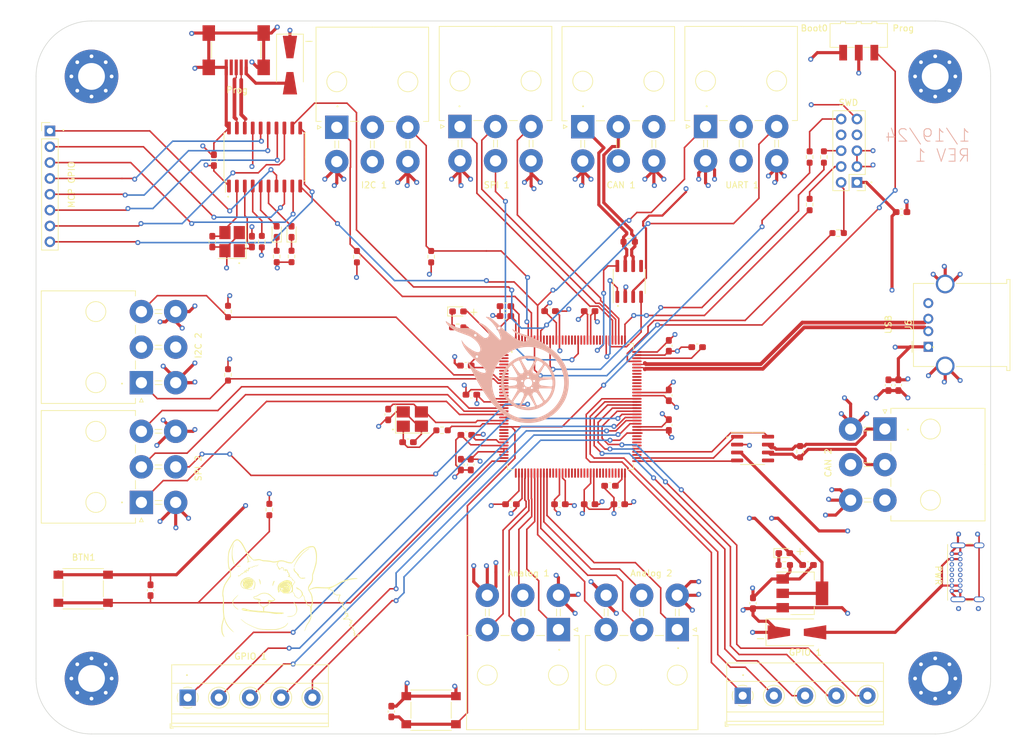
<source format=kicad_pcb>
(kicad_pcb (version 20221018) (generator pcbnew)
  (layers (0 "F.Cu" signal) (1 "In1.Cu" power) (2 "In2.Cu" power) (31 "B.Cu" signal) (34 "B.Paste" user) (35 "F.Paste" user) (36 "B.SilkS" user "B.Silkscreen") (37 "F.SilkS" user "F.Silkscreen") (38 "B.Mask" user) (39 "F.Mask" user) (44 "Edge.Cuts" user))
  (net 0 "")
  (net 1 "Net-(C1-Pad1)")
  (net 2 "GND")
  (net 3 "HSE_IN  ")
  (net 4 "+3.3V")
  (net 5 "+5V")
  (net 6 "NRST")
  (net 7 "Net-(U5-OSC1)")
  (net 8 "Net-(U5-OSC2)")
  (net 9 "Net-(D2-K)")
  (net 10 "Net-(D2-A)")
  (net 11 "Net-(D3-K)")
  (net 12 "Net-(D3-A)")
  (net 13 "Net-(D4-K)")
  (net 14 "Net-(D5-A)")
  (net 15 "Net-(D6-A)")
  (net 16 "ADC1_IN8")
  (net 17 "ADC1_IN9")
  (net 18 "ADC1_IN14")
  (net 19 "ADC1_IN15")
  (net 20 "ADC2_IN4")
  (net 21 "ADC2_IN5")
  (net 22 "ADC2_IN6")
  (net 23 "ADC2_IN7")
  (net 24 "SPI5_SCK ")
  (net 25 "SPI5_MISO")
  (net 26 "SPI5_MOSI")
  (net 27 "SPI5_CS  ")
  (net 28 "SPI3_SCK")
  (net 29 "SPI3_MISO")
  (net 30 "SPI3_MOSI")
  (net 31 "SPI3_CS  ")
  (net 32 "I2C1_SCL")
  (net 34 "I2C1_SDA")
  (net 36 "USB_OTG_FS_DP+")
  (net 39 "Net-(J8-Pin_2)")
  (net 40 "Net-(J8-Pin_4)")
  (net 41 "Net-(J8-Pin_6)")
  (net 44 "Net-(J8-Pin_10)")
  (net 45 "I2C2_SDA")
  (net 46 "I2C2_SCL")
  (net 47 "USART1_RX")
  (net 49 "USART1_TX")
  (net 52 "GP5")
  (net 53 "GP4")
  (net 54 "GP3")
  (net 55 "GP2")
  (net 56 "GP1")
  (net 57 "GP0")
  (net 58 "CTS")
  (net 59 "RTS")
  (net 60 "USB_OTG_FS_DP-")
  (net 61 "USB_DP+")
  (net 67 "HSE_OUT")
  (net 68 "SYS_JTMS-SWDIO")
  (net 69 "SYS_JTCLK-SWCLK")
  (net 70 "SYS_JTDO-SWO")
  (net 71 "Net-(U5-RST)")
  (net 72 "BOOT0")
  (net 73 "Net-(D1-K)")
  (net 92 "logging")
  (net 113 "CAN2_RX")
  (net 114 "CAN2_TX")
  (net 121 "MCU_GPIO10")
  (net 122 "MCU_GPIO9")
  (net 123 "MCU_GPIO8")
  (net 124 "MCU_GPIO7")
  (net 125 "MCU_GPIO6")
  (net 126 "MCU_GPIO5")
  (net 127 "MCU_GPIO4")
  (net 128 "MCU_GPIO3")
  (net 129 "MCU_GPIO2")
  (net 130 "MCU_GPIO1")
  (net 139 "CAN1_RX")
  (net 140 "CAN1_TX")
  (net 159 "CAN SIlent Mode 2")
  (net 160 "CAN SIlent Mode 1")
  (net 162 "USB_DP-")
  (net 165 "CAN1-")
  (net 166 "CAN2+")
  (net 167 "CAN1+")
  (net 168 "CAN2-")
  (net 169 "Net-(D1-A)")
  (net 170 "Net-(U1-VCAP_2)")
  (net 171 "Net-(U1-VCAP_1)")
  (footprint "Package_TO_SOT_SMD:SOT-223-3_TabPin2" (layer "F.Cu") (at 190.8575 128.36875)
    (fp_text reference "U6" hide)
    (fp_text value "AMS1117-3.3")
  )
  (footprint "Resistor_SMD:R_0603_1608Metric_Pad0.98x0.95mm_HandSolder" (layer "F.Cu") (at 192.024 58.42 -90)
    (fp_text reference "R5" hide)
    (fp_text value "100")
  )
  (footprint "NewMolexLibrary:Molex_MegaFit_2x03x5.70mm_Angled" (layer "F.Cu") (at 170.8 134.18 180)
    (fp_text reference "J1" hide)
    (fp_text value "ADC connector 2")
  )
  (footprint "Resistor_SMD:R_0603_1608Metric_Pad0.98x0.95mm_HandSolder" (layer "F.Cu") (at 108.966 74.36375 90)
    (fp_text reference "R14" hide)
    (fp_text value "2k2")
  )
  (footprint "Capacitor_SMD:C_0603_1608Metric_Pad1.08x0.95mm_HandSolder" (layer "F.Cu") (at 173.99 88.9 180)
    (fp_text reference "C29" hide)
    (fp_text value "22u")
  )
  (footprint "Diode_SMD:D_SMA-SMB_Universal_Handsoldering" (layer "F.Cu") (at 189.992 134.62)
    (fp_text reference "D5" hide)
    (fp_text value "Schottky Diode")
  )
  (footprint "Connector_PinHeader_2.54mm:PinHeader_2x05_P2.54mm_Vertical" (layer "F.Cu") (at 199.61375 62.4875 180)
    (fp_text reference "J8" hide)
    (fp_text value "SWD")
  )
  (footprint "TerminalBlock_Phoenix:TerminalBlock_Phoenix_MKDS-1,5-5_1x05_P5.00mm_Horizontal" (layer "F.Cu") (at 92.315 145.085)
    (fp_text reference "J16" hide)
    (fp_text value "GPIO")
  )
  (footprint "Capacitor_SMD:C_0603_1608Metric_Pad1.08x0.95mm_HandSolder" (layer "F.Cu") (at 124.46 99.695 -90)
    (fp_text reference "C2" hide)
    (fp_text value "14pF")
  )
  (footprint "NewMolexLibrary:Molex_MegaFit_2x03x5.70mm_Angled" (layer "F.Cu") (at 84.895 113.79375 90)
    (fp_text reference "J3" hide)
    (fp_text value "SPI 2 connector")
  )
  (footprint "LED_SMD:LED_0603_1608Metric_Pad1.05x0.95mm_HandSolder" (layer "F.Cu") (at 187.96 121.92)
    (fp_text reference "D4" hide)
    (fp_text value "LED")
  )
  (footprint "LED_SMD:LED_0603_1608Metric_Pad1.05x0.95mm_HandSolder" (layer "F.Cu") (at 106.58475 70.395 90)
    (fp_text reference "D3" hide)
    (fp_text value "LED")
  )
  (footprint "Button_Switch_SMD:SW_SPDT_CK-JS102011SAQN" (layer "F.Cu") (at 199.898 38.9382 180)
    (fp_text reference "SW1" hide)
    (fp_text value "Boot0")
  )
  (footprint "Capacitor_SMD:C_0603_1608Metric_Pad1.08x0.95mm_HandSolder" (layer "F.Cu") (at 169.45125 101.38125 -90)
    (fp_text reference "C12" hide)
    (fp_text value "100n")
  )
  (footprint "Resistor_SMD:R_0603_1608Metric_Pad0.98x0.95mm_HandSolder" (layer "F.Cu") (at 131.35125 74.39375 90)
    (fp_text reference "R7" hide)
    (fp_text value "2k2")
  )
  (footprint "Resistor_SMD:R_0603_1608Metric_Pad0.98x0.95mm_HandSolder" (layer "F.Cu") (at 192.024 66.04 -90)
    (fp_text reference "R3" hide)
    (fp_text value "100")
  )
  (footprint "Button_Switch_SMD:SW_SPST_PTS645" (layer "F.Cu") (at 131.34 147.10125)
    (fp_text reference "SW2" hide)
    (fp_text value "NRST")
  )
  (footprint "Resistor_SMD:R_0603_1608Metric_Pad0.98x0.95mm_HandSolder" (layer "F.Cu") (at 190.5 105.664 90)
    (fp_text reference "R10" hide)
    (fp_text value "120 ")
  )
  (footprint "Resistor_SMD:R_0603_1608Metric_Pad0.98x0.95mm_HandSolder" (layer "F.Cu") (at 194.31 58.42 -90)
    (fp_text reference "R4" hide)
    (fp_text value "100")
  )
  (footprint "Capacitor_SMD:C_0603_1608Metric_Pad1.08x0.95mm_HandSolder" (layer "F.Cu") (at 137.795 96.52 180)
    (fp_text reference "C3" hide)
    (fp_text value "100n")
  )
  (footprint "Capacitor_SMD:C_0603_1608Metric_Pad1.08x0.95mm_HandSolder" (layer "F.Cu") (at 127.635 104.14)
    (fp_text reference "C1" hide)
    (fp_text value "14pF")
  )
  (footprint "Resistor_SMD:R_0603_1608Metric_Pad0.98x0.95mm_HandSolder" (layer "F.Cu") (at 119.445 74.39375 90)
    (fp_text reference "R6" hide)
    (fp_text value "2k2")
  )
  (footprint "Capacitor_SMD:C_0603_1608Metric_Pad1.08x0.95mm_HandSolder" (layer "F.Cu") (at 169.45125 88.68125 -90)
    (fp_text reference "C14" hide)
    (fp_text value "100n")
  )
  (footprint "Capacitor_SMD:C_0603_1608Metric_Pad1.08x0.95mm_HandSolder" (layer "F.Cu") (at 124.968 147.32 90)
    (fp_text reference "C22" hide)
    (fp_text value "100n")
  )
  (footprint "Capacitor_SMD:C_0603_1608Metric_Pad1.08x0.95mm_HandSolder" (layer "F.Cu") (at 86.36 127.8625 90)
    (fp_text reference "C28" hide)
    (fp_text value "100n")
  )
  (footprint "Resistor_SMD:R_0603_1608Metric_Pad0.98x0.95mm_HandSolder" (layer "F.Cu") (at 135.6125 85.725 180)
    (fp_text reference "R17" hide)
    (fp_text value "2k2")
  )
  (footprint "Package_QFP:LQFP-144_20x20mm_P0.5mm" (layer "F.Cu") (at 153.67 98.425)
    (fp_text reference "U1" hide)
    (fp_text value "STM32F429ZITx")
  )
  (footprint "Capacitor_SMD:C_0603_1608Metric_Pad1.08x0.95mm_HandSolder" (layer "F.Cu") (at 156.75125 114.08125 180)
    (fp_text reference "C10" hide)
    (fp_text value "100n")
  )
  (footprint "Resistor_SMD:R_0603_1608Metric_Pad0.98x0.95mm_HandSolder" (layer "F.Cu") (at 187.96 123.825)
    (fp_text reference "R16" hide)
    (fp_text value "2k2")
  )
  (footprint "Resistor_SMD:R_0603_1608Metric_Pad0.98x0.95mm_HandSolder" (layer "F.Cu") (at 98.7825 93.345 -90)
    (fp_text reference "R8" hide)
    (fp_text value "2k2")
  )
  (footprint "Crystal:Crystal_SMD_3225-4Pin_3.2x2.5mm_HandSoldering" (layer "F.Cu") (at 99.441 71.9825 90)
    (fp_text reference "Y1" hide)
    (fp_text value "12MHz")
  )
  (footprint "Diode_SMD:D_SMA-SMB_Universal_Handsoldering" (layer "F.Cu") (at 108.712 43.688 -90)
    (fp_text reference "D6" hide)
    (fp_text value "Schottky Diode")
  )
  (footprint "Capacitor_SMD:C_0603_1608Metric_Pad1.08x0.95mm_HandSolder" (layer "F.Cu") (at 144.145 114.08125 180)
    (fp_text reference "C8" hide)
    (fp_text value "100n")
  )
  (footprint "Capacitor_SMD:C_0603_1608Metric_Pad1.08x0.95mm_HandSolder" (layer "F.Cu") (at 151.98875 114.08125 180)
    (fp_text reference "C9" hide)
    (fp_text value "100n")
  )
  (footprint "Capacitor_SMD:C_0603_1608Metric_Pad1.08x0.95mm_HandSolder" (layer "F.Cu") (at 102.616 71.9825 90)
    (fp_text reference "C25" hide)
    (fp_text value "6p")
  )
  (footprint "Capacitor_SMD:C_0603_1608Metric_Pad1.08x0.95mm_HandSolder" (layer "F.Cu") (at 136.9075 91.85625 180)
    (fp_text reference "C7" hide)
    (fp_text value "100n")
  )
  (footprint "TerminalBlock_Phoenix:TerminalBlock_Phoenix_MKDS-1,5-5_1x05_P5.00mm_Horizontal" (layer "F.Cu") (at 181.295 144.78)
    (fp_text reference "J15" hide)
    (fp_text value "GPIO")
  )
  (footprint "NewMolexLibrary:Molex_MegaFit_2x03x5.70mm_Angled" (layer "F.Cu") (at 151.75 134.18 180)
    (fp_text reference "J2" hide)
    (fp_text value "ADC connector 1")
  )
  (footprint "NewMolexLibrary:Molex_MegaFit_2x03x5.70mm_Angled" (layer "F.Cu") (at 175.34 53.5275)
    (fp_text reference "J10" hide)
    (fp_text value "UART 1 connectors")
  )
  (footprint "Capacitor_SMD:C_0603_1608Metric_Pad1.08x0.95mm_HandSolder" (layer "F.Cu") (at 182.945 129.95625 90)
    (fp_text reference "C26" hide)
    (fp_text value "10u")
  )
  (footprint "Connector_USB:USB_C_Receptacle_GCT_USB4085" (layer "F.Cu") (at 214.825 127.975 90)
    (fp_text reference "P2" hide)
    (fp_text value "USB_C_Plug_USB2.0")
  )
  (footprint "Capacitor_SMD:C_0603_1608Metric_Pad1.08x0.95mm_HandSolder" (layer "F.Cu") (at 96.52 58.928 90)
    (fp_text reference "C23" hide)
    (fp_text value "100n")
  )
  (footprint "Resistor_SMD:R_0603_1608Metric_Pad0.98x0.95mm_HandSolder" (layer "F.Cu") (at 133.096 102.235 180)
    (fp_text reference "R1" hide)
    (fp_text value "0 ")
  )
  (footprint "Capacitor_SMD:C_0603_1608Metric_Pad1.08x0.95mm_HandSolder" (layer "F.Cu") (at 143.2575 82.33125 180)
    (fp_text reference "C5" hide)
    (fp_text value "100n")
  )
  (footprint "Package_SO:SOIC-20W_7.5x12.8mm_P1.27mm" (layer "F.Cu") (at 104.648 58.42 90)
    (fp_text reference "U5" hide)
    (fp_text value "MCP2200T-I-SO")
  )
  (footprint "Capacitor_SMD:C_0603_1608Metric_Pad1.08x0.95mm_HandSolder" (layer "F.Cu") (at 169.45125 96.61875 -90)
    (fp_text reference "C13" hide)
    (fp_text value "100n")
  )
  (footprint "Resistor_SMD:R_0603_1608Metric_Pad0.98x0.95mm_HandSolder" (layer "F.Cu") (at 98.7825 83.185 -90)
    (fp_text reference "R9" hide)
    (fp_text value "2k2")
  )
  (footprint "Crystal:Crystal_SMD_3225-4Pin_3.2x2.5mm_HandSoldering" (layer "F.Cu") (at 128.335 100.42875)
    (fp_text reference "X1" hide)
    (fp_text value "16Mhz")
  )
  (footprint "Capacitor_SMD:C_0603_1608Metric_Pad1.08x0.95mm_HandSolder" (layer "F.Cu") (at 96.266 71.9825 -90)
    (fp_text reference "C24" hide)
    (fp_text value "6p")
  )
  (footprint "Resistor_SMD:R_0603_1608Metric_Pad0.98x0.95mm_HandSolder" (layer "F.Cu") (at 105.41 114.935 -90)
    (fp_text reference "R12" hide)
    (fp_text value "10k")
  )
  (footprint "Capacitor_SMD:C_0603_1608Metric_Pad1.08x0.95mm_HandSolder" (layer "F.Cu") (at 136.97625 102.96875 180)
    (fp_text reference "C6" hide)
    (fp_text value "100n")
  )
  (footprint "LOGO" (layer "F.Cu") (at 108.585 127.635)
    (fp_text reference "G***" hide)
    (fp_text value "LOGO" hide)
  )
  (footprint "Capacitor_SMD:C_0603_1608Metric_Pad1.08x0.95mm_HandSolder" (layer "F.Cu") (at 191.77 123.825)
    (fp_text reference "C27" hide)
    (fp_text value "22u")
  )
  (footprint "Capacitor_SMD:C_0603_1608Metric_Pad1.08x0.95mm_HandSolder" (layer "F.Cu") (at 206.248 94.996 -90)
    (fp_text reference "C21" hide)
    (fp_text value "4.7u")
  )
  (footprint "NewMolexLibrary:Molex_MegaFit_2x03x5.70mm_Angled" (layer "F.Cu") (at 84.895 94.6 90)
    (fp_text reference "J5" hide)
    (fp_text value "I2C 2 connector")
  )
  (footprint "Package_SO:SOIC-8_3.9x4.9mm_P1.27mm" (layer "F.Cu") (at 182.88 105.156)
    (fp_text reference "U2" hide)
    (fp_text value "TJA1051T")
  )
  (footprint "Connector_PinHeader_2.54mm:PinHeader_1x08_P2.54mm_Vertical" (layer "F.Cu") (at 70.2325 54.2325)
    (fp_text reference "J12" hide)
    (fp_text value "USB to UART GPIO")
  )
  (footprint "Resistor_SMD:R_0603_1608Metric_Pad0.98x0.95mm_HandSolder" (layer "F.Cu") (at 196.596 70.612 180)
    (fp_text reference "R2" hide)
    (fp_text value "100")
  )
  (footprint "NewMolexLibrary:Molex_MegaFit_2x03x5.70mm_Angled" (layer "F.Cu") (at 204.095 102.03125 -90)
    (fp_text reference "J7" hide)
    (fp_text value "CAN connector")
  )
  (footprint "MountingHole:MountingHole_4.3mm_M4_Pad_Via" (layer "F.Cu") (at 212.155 45.50125)
    (fp_text reference "H3" hide)
    (fp_text value "MountingHole")
  )
  (footprint "Button_Switch_SMD:SW_SPST_PTS645" (layer "F.Cu") (at 75.565 127.635)
    (fp_text reference "SW4" hide)
    (fp_text value "Logging BTN")
  )
  (footprint "LED_SMD:LED_0603_1608Metric_Pad1.05x0.95mm_HandSolder" (layer "F.Cu") (at 108.966 70.395 90)
    (fp_text reference "D2" hide)
    (fp_text value "LED")
  )
  (footprint "NewMolexLibrary:Molex_MegaFit_2x03x5.70mm_Angled" (layer "F.Cu") (at 135.97 53.5275)
    (fp_text reference "J4" hide)
    (fp_text value "SPI 1 connector")
  )
  (footprint "Capacitor_SMD:C_0603_1608Metric_Pad1.08x0.95mm_HandSolder" (layer "F.Cu") (at 156.75125 83.125)
    (fp_text reference "C15" hide)
    (fp_text value "4.7u")
  )
  (footprint "Capacitor_SMD:C_0603_1608Metric_Pad1.08x0.95mm_HandSolder" (layer "F.Cu") (at 204.6605 94.996 -90)
    (fp_text reference "C20" hide)
    (fp_text value "100n")
  )
  (footprint "MountingHole:MountingHole_4.3mm_M4_Pad_Via" (layer "F.Cu") (at 76.9 142.02125)
    (fp_text reference "H2" hide)
    (fp_text value "MountingHole")
  )
  (footprint "Capacitor_SMD:C_0603_1608Metric_Pad1.08x0.95mm_HandSolder" (layer "F.Cu") (at 143.2575 83.91875 180)
    (fp_text reference "C4" hide)
    (fp_text value "100n")
  )
  (footprint "Connector_USB:USB_A_Molex_67643_Horizontal" (layer "F.Cu") (at 211.048 88.844 90)
    (fp_text reference "J6")
    (fp_text value "USB_OTG")
  )
  (footprint "Resistor_SMD:R_0603_1608Metric_Pad0.98x0.95mm_HandSolder" (layer "F.Cu") (at 106.58475 74.36375 90)
    (fp_text reference "R15" hide)
    (fp_text value "2k2")
  )
  (footprint "MountingHole:MountingHole_4.3mm_M4_Pad_Via" (layer "F.Cu") (at 76.9 45.50125)
    (fp_text reference "H1" hide)
    (fp_text value "MountingHole")
  )
  (footprint "NewMolexLibrary:Molex_MegaFit_2x03x5.70mm_Angled" (layer "F.Cu") (at 116.22 53.655)
    (fp_text reference "J14" hide)
    (fp_text value "I2C 1 connector")
  )
  (footprint "Capacitor_SMD:C_0603_1608Metric_Pad1.08x0.95mm_HandSolder" (layer "F.Cu") (at 150.40125 83.125)
    (fp_text reference "C16" hide)
    (fp_text value "100n")
  )
  (footprint "MountingHole:MountingHole_4.3mm_M4_Pad_Via" (layer "F.Cu") (at 212.155 142.02125)
    (fp_text reference "H4" hide)
    (fp_text value "MountingHole")
  )
  (footprint "Capacitor_SMD:C_0603_1608Metric_Pad1.08x0.95mm_HandSolder" (layer "F.Cu") (at 136.11375 107.73125 -90)
    (fp_text reference "C18" hide)
    (fp_text value "1u")
  )
  (footprint "Capacitor_SMD:C_0603_1608Metric_Pad1.08x0.95mm_HandSolder" (layer "F.Cu") (at 161.51375 114.08125 180)
    (fp_text reference "C11" hide)
    (fp_text value "100n")
  )
  (footprint "LED_SMD:LED_0603_1608Metric_Pad1.05x0.95mm_HandSolder" (layer "F.Cu") (at 135.6575 83.175)
    (fp_text reference "D1" hide)
    (fp_text value "LED")
  )
  (footprint "Capacitor_SMD:C_0603_1608Metric_Pad1.08x0.95mm_HandSolder" (layer "F.Cu") (at 137.70125 107.73125 -90)
    (fp_text reference "C17" hide)
    (fp_text value "10n")
  )
  (footprint "Connector_USB:USB_Mini-B_Wuerth_65100516121_Horizontal" (layer "F.Cu") (at 100.1 41.44625 180)
    (fp_text reference "J13" hide)
    (fp_text value "USB_OTG")
  )
  (footprint "Package_SO:SOIC-8_3.9x4.9mm_P1.27mm" (layer "F.Cu") (at 163.10125 78.3625 90)
    (fp_text reference "U3" hide)
    (fp_text value "TJA1051T")
  )
  (footprint "Capacitor_SMD:C_0603_1608Metric_Pad1.08x0.95mm_HandSolder" (layer "F.Cu") (at 160.02 111.125 180)
    (fp_text reference "C30" hide)
    (fp_text value "22u")
  )
  (footprint "Capacitor_SMD:C_0603_1608Metric_Pad1.08x0.95mm_HandSolder" (layer "F.Cu") (at 206.7575 67.25)
    (fp_text reference "C19" hide)
    (fp_text value "500n")
  )
  (footprint "Resistor_SMD:R_0603_1608Metric_Pad0.98x0.95mm_HandSolder" (layer "F.Cu") (at 104.2035 71.9825 -90)
    (fp_text reference "R13" hide)
    (fp_text value "4k7")
  )
  (footprint "Resistor_SMD:R_0603_1608Metric_Pad0.98x0.95mm_HandSolder" (layer "F.Cu") (at 163.10125 72.0125 180)
    (fp_text reference "R11" hide)
    (fp_text value "120 ")
  )
  (footprint "NewMolexLibrary:Molex_MegaFit_2x03x5.70mm_Angled" (layer "F.Cu") (at 155.655 53.56125)
    (fp_text reference "J11" hide)
    (fp_text value "CAN connector")
  )
  (footprint "LOGO" (layer "B.Cu") (at 143.52 92.56 180)
    (fp_text reference "G***" hide)
    (fp_text value "LOGO" hide)
  )
  (gr_circle (center 135.89 50.292) (end 135.89 50.292) (stroke (width 0.15)) (fill none) (layer "F.SilkS"))
  (gr_circle (center 100.584 75.438) (end 100.584 75.438) (stroke (width 0.15)) (fill none) (layer "F.SilkS"))
  (gr_circle (center 201.93 62.484) (end 201.93 62.484) (stroke (width 0.15)) (fill none) (layer "F.SilkS"))
  (gr_line (start 183.642 135.636) (end 184.658 135.636) (stroke (width 0.15)) (layer "F.SilkS"))
  (gr_circle (center 175.514 50.292) (end 175.514 50.292) (stroke (width 0.15)) (fill none) (layer "F.SilkS"))
  (gr_circle (center 125.222 102.108) (end 125.222 102.108) (stroke (width 0.15)) (fill none) (layer "F.SilkS"))
  (gr_circle (center 92.202 141.478) (end 92.202 141.478) (stroke (width 0.15)) (fill none) (layer "F.SilkS"))
  (gr_line (start 189.992 121.666) (end 191.008 121.666) (stroke (width 0.15)) (layer "F.SilkS"))
  (gr_line (start 190.5 122.174) (end 190.5 121.158) (stroke (width 0.15)) (layer "F.SilkS"))
  (gr_circle (center 98.806 64.77) (end 98.806 64.77) (stroke (width 0.15)) (fill none) (layer "F.SilkS"))
  (gr_circle (center 178.816 103.378) (end 178.816 103.378) (stroke (width 0.15)) (fill none) (layer "F.SilkS"))
  (gr_circle (center 161.29 82.296) (end 161.29 82.296) (stroke (width 0.15)) (fill none) (layer "F.SilkS"))
  (gr_circle (center 155.702 50.292) (end 155.702 50.292) (stroke (width 0.15)) (fill none) (layer "F.SilkS"))
  (gr_circle (center 207.772 102.108) (end 207.772 102.108) (stroke (width 0.15)) (fill none) (layer "F.SilkS"))
  (gr_line (start 111.252 39.878) (end 112.268 39.878) (stroke (width 0.15)) (layer "F.SilkS"))
  (gr_circle (center 211.836 88.9) (end 211.836 88.9) (stroke (width 0.15)) (fill none) (layer "F.SilkS"))
  (gr_line (start 137.668 83.312) (end 138.684 83.312) (stroke (width 0.15)) (layer "F.SilkS"))
  (gr_circle (center 72.39 54.102) (end 72.39 54.102) (stroke (width 0.15)) (fill none) (layer "F.SilkS"))
  (gr_line (start 138.176 83.82) (end 138.176 82.804) (stroke (width 0.15)) (layer "F.SilkS"))
  (gr_circle (center 81.788 94.742) (end 81.788 94.742) (stroke (width 0.15)) (fill none) (layer "F.SilkS"))
  (gr_circle (center 181.356 141.478) (end 181.356 141.478) (stroke (width 0.15)) (fill none) (layer "F.SilkS"))
  (gr_circle (center 144.272 89.662) (end 144.272 89.662) (stroke (width 0.15)) (fill none) (layer "F.SilkS"))
  (gr_circle (center 151.892 137.414) (end 151.892 137.414) (stroke (width 0.15)) (fill none) (layer "F.SilkS"))
  (gr_circle (center 81.788 113.792) (end 81.788 113.792) (stroke (width 0.15)) (fill none) (layer "F.SilkS"))
  (gr_circle (center 116.332 50.292) (end 116.332 50.292) (stroke (width 0.15)) (fill none) (layer "F.SilkS"))
  (gr_circle (center 170.942 137.16) (end 170.942 137.16) (stroke (width 0.15)) (fill none) (layer "F.SilkS"))
  (gr_line (start 76.9 150.91125) (end 212.155 150.91125) (stroke (width 0.1)) (layer "Edge.Cuts"))
  (gr_line (start 221.045 142.02125) (end 221.045 45.50125) (stroke (width 0.1)) (layer "Edge.Cuts"))
  (gr_arc (start 76.9 150.91125) (mid 70.613821 148.307429) (end 68.01 142.02125) (stroke (width 0.1)) (layer "Edge.Cuts"))
  (gr_arc (start 68.01 45.50125) (mid 70.613821 39.215071) (end 76.9 36.61125) (stroke (width 0.1)) (layer "Edge.Cuts"))
  (gr_line (start 212.155 36.61125) (end 76.9 36.61125) (stroke (width 0.1)) (layer "Edge.Cuts"))
  (gr_arc (start 221.045 142.02125) (mid 218.441179 148.307429) (end 212.155 150.91125) (stroke (width 0.1)) (layer "Edge.Cuts"))
  (gr_line (start 68.01 142.02125) (end 68.01 45.50125) (stroke (width 0.1)) (layer "Edge.Cuts"))
  (gr_arc (start 212.155 36.61125) (mid 218.441179 39.215071) (end 221.045 45.50125) (stroke (width 0.1)) (layer "Edge.Cuts"))
  (gr_text "1/19/24\nREV 1\n" (at 217.89 59.35) (layer "B.SilkS") (effects (font (size 2 2)) (justify left bottom mirror)))
  (gr_text "Analog 1\n" (at 143.51 125.73) (layer "F.SilkS") (effects (font (size 1 1)) (justify left bottom)))
  (gr_text "SWD" (at 196.596 50.292) (layer "F.SilkS") (effects (font (size 1 1)) (justify left bottom)))
  (gr_text "USB\n" (at 205.232 86.868 90) (layer "F.SilkS") (effects (font (size 1 1)) (justify left bottom)))
  (gr_text "I2C 2" (at 94.615 90.805 90) (layer "F.SilkS") (effects (font (size 1 1)) (justify left bottom)))
  (gr_text "SPI 1\n" (at 139.7 63.5) (layer "F.SilkS") (effects (font (size 1 1)) (justify left bottom)))
  (gr_text "MCP GPIO" (at 74.295 66.675 90) (layer "F.SilkS") (effects (font (size 1 1)) (justify left bottom)))
  (gr_text "SPI 2" (at 94.615 110.49 90) (layer "F.SilkS") (effects (font (size 1 1)) (justify left bottom)))
  (gr_text "Prog\n" (at 98.425 48.26) (layer "F.SilkS") (effects (font (size 1 1)) (justify left bottom)))
  (gr_text "GPIO 1" (at 188.595 138.43) (layer "F.SilkS") (effects (font (size 1 1)) (justify left bottom)))
  (gr_text "GPIO 1" (at 99.695 139.065) (layer "F.SilkS") (effects (font (size 1 1)) (justify left bottom)))
  (gr_text "Prog" (at 205.232 38.354) (layer "F.SilkS") (effects (font (size 1 1)) (justify left bottom)))
  (gr_text "I2C 1\n" (at 120.015 63.5) (layer "F.SilkS") (effects (font (size 1 1)) (justify left bottom)))
  (gr_text "UART 1\n" (at 178.435 63.5) (layer "F.SilkS") (effects (font (size 1 1)) (justify left bottom)))
  (gr_text "PWR\n" (at 212.09 123.825 -90) (layer "F.SilkS") (effects (font (size 1 1)) (justify left bottom)))
  (gr_text "Analog 2\n" (at 163.195 125.73) (layer "F.SilkS") (effects (font (size 1 1)) (justify left bottom)))
  (gr_text "BTN1\n" (at 73.66 123.19) (layer "F.SilkS") (effects (font (size 1 1)) (justify left bottom)))
  (gr_text "CAN 1" (at 159.385 63.5) (layer "F.SilkS") (effects (font (size 1 1)) (justify left bottom)))
  (gr_text "CAN 2" (at 195.58 109.855 90) (layer "F.SilkS") (effects (font (size 1 1)) (justify left bottom)))
  (gr_text "Boot0\n" (at 190.5 38.354) (layer "F.SilkS") (effects (font (size 1 1)) (justify left bottom)))
  (segment (start 126.7725 104.14) (end 126.885 104.0275) (width 0.25) (layer "F.Cu") (net 1))
  (segment (start 127.5725 104.94) (end 129.4785 104.94) (width 0.25) (layer "F.Cu") (net 1))
  (segment (start 126.7725 104.14) (end 127.5725 104.94) (width 0.25) (layer "F.Cu") (net 1))
  (segment (start 127.035 101.57875) (end 126.885 101.57875) (width 0.25) (layer "F.Cu") (net 1))
  (segment (start 129.4785 104.94) (end 132.1835 102.235) (width 0.25) (layer "F.Cu") (net 1))
  (segment (start 126.885 104.0275) (end 126.885 101.57875) (width 0.25) (layer "F.Cu") (net 1))
  (segment (start 167.055 60.529) (end 167.055 59.06125) (width 0.5) (layer "F.Cu") (net 2))
  (segment (start 90.395 102.39375) (end 90.13825 102.39375) (width 0.5) (layer "F.Cu") (net 2))
  (segment (start 135.54425 91.85625) (end 135.128 91.44) (width 0.35) (layer "F.Cu") (net 2))
  (segment (start 103.48225 44.04625) (end 102.616 43.18) (width 0.5) (layer "F.Cu") (net 2))
  (segment (start 96.52 58.0655) (end 96.52 56.183) (width 0.25) (layer "F.Cu") (net 2))
  (segment (start 93.18625 102.39375) (end 93.472 102.108) (width 0.5) (layer "F.Cu") (net 2))
  (segment (start 71.585 125.385) (end 79.545 125.385) (width 0.5) (layer "F.Cu") (net 2))
  (segment (start 98.591 72.6825) (end 98.591 73.0825) (width 0.25) (layer "F.Cu") (net 2))
  (segment (start 213.834 91.914) (end 216.154 94.234) (width 0.5) (layer "F.Cu") (net 2))
  (segment (start 157.61375 84.46175) (end 157.988 84.836) (width 0.25) (layer "F.Cu") (net 2))
  (segment (start 182.245 104.521) (end 182.372 104.648) (width 0.25) (layer "F.Cu") (net 2))
  (segment (start 215.805 129.325) (end 219.185 129.325) (width 0.35) (layer "F.Cu") (net 2))
  (segment (start 213.394 78.774) (end 211.836 77.216) (width 0.5) (layer "F.Cu") (net 2))
  (segment (start 192.6325 123.825) (end 190.38875 126.06875) (width 0.5) (layer "F.Cu") (net 2))
  (segment (start 129.785 101.57875) (end 129.935 101.57875) (width 0.25) (layer "F.Cu") (net 2))
  (segment (start 104.5 38.54625) (end 95.7 38.54625) (width 0.5) (layer "F.Cu") (net 2))
  (segment (start 106.58475 75.27625) (end 106.58475 76.10475) (width 0.25) (layer "F.Cu") (net 2))
  (segment (start 136.9325 96.52) (end 137.7325 95.72) (width 0.25) (layer "F.Cu") (net 2))
  (segment (start 125.984 62.484) (end 127.62 60.848) (width 0.5) (layer "F.Cu") (net 2))
  (segment (start 169.61725 97.48125) (end 170.688 98.552) (width 0.25) (layer "F.Cu") (net 2))
  (segment (start 86.36 127) (end 86.36 125.385) (width 0.25) (layer "F.Cu") (net 2))
  (segment (start 140.35 128.68) (end 140.35 124.094) (width 0.5) (layer "F.Cu") (net 2))
  (segment (start 141.732 124.968) (end 141.732 123.444) (width 0.5) (layer "F.Cu") (net 2))
  (segment (start 135.32 143.448) (end 135.128 143.256) (width 0.5) (layer "F.Cu") (net 2))
  (segment (start 198.595 113.43125) (end 198.595 113.317) (width 0.5) (layer "F.Cu") (net 2))
  (segment (start 127.035 99.27875) (end 129.335 101.57875) (width 0.25) (layer "F.Cu") (net 2))
  (segment (start 124.46 100.5575) (end 125.73875 99.27875) (width 0.25) (layer "F.Cu") (net 2))
  (segment (start 197.32425 50.038) (end 192.278 50.038) (width 0.25) (layer "F.Cu") (net 2))
  (segment (start 199.61375 59.9475) (end 199.61375 57.4075) (width 0.25) (layer "F.Cu") (net 2))
  (segment (start 216.175 127.975) (end 216.175 128.955) (width 0.35) (layer "F.Cu") (net 2))
  (segment (start 141.732 127.298) (end 141.732 124.968) (width 0.5) (layer "F.Cu") (net 2))
  (segment (start 185.97 126.06875) (end 187.7075 126.06875) (width 0.5) (layer "F.Cu") (net 2))
  (segment (start 137.7325 95.72) (end 140.17 95.72) (width 0.25) (layer "F.Cu") (net 2))
  (segment (start 193.2618 41.6882) (end 192.2018 42.7482) (width 0.5) (layer "F.Cu") (net 2))
  (segment (start 127.62 61.072) (end 127.62 59.155) (width 0.5) (layer "F.Cu") (net 2))
  (segment (start 203.8615 95.8585) (end 202.692 97.028) (width 0.5) (layer "F.Cu") (net 2))
  (segment (start 185.42 61.468) (end 186.74 60.148) (width 0.5) (layer "F.Cu") (net 2))
  (segment (start 197.398 41.6882) (end 193.2618 41.6882) (width 0.5) (layer "F.Cu") (net 2))
  (segment (start 142.395 83.91875) (end 141.32275 83.91875) (width 0.25) (layer "F.Cu") (net 2))
  (segment (start 204.6605 95.8585) (end 206.248 95.8585) (width 0.5) (layer "F.Cu") (net 2))
  (segment (start 199.61375 52.3275) (end 197.32425 50.038) (width 0.25) (layer "F.Cu") (net 2))
  (segment (start 156.92 110.7375) (end 155.88875 111.76875) (width 0.25) (layer "F.Cu") (net 2))
  (segment (start 90.515 125.385) (end 101.6 114.3) (width 0.5) (layer "F.Cu") (net 2))
  (segment (start 216.175 128.955) (end 215.805 129.325) (width 0.35) (layer "F.Cu") (net 2))
  (segment (start 90.395 83.2) (end 92.568 83.2) (width 0.5) (layer "F.Cu") (net 2))
  (segment (start 219.185 129.325) (end 219.185 120.675) (width 0.25) (layer "F.Cu") (net 2))
  (segment (start 96.52 58.0655) (end 96.1655 58.0655) (width 0.25) (layer "F.Cu") (net 2))
  (segment (start 136.9325 96.52) (end 136.9325 95.2765) (width 0.25) (layer "F.Cu") (net 2))
  (segment (start 202.1805 57.4075) (end 202.184 57.404) (width 0.25) (layer "F.Cu") (net 2))
  (segment (start 196.20225 115.824) (end 194.564 115.824) (width 0.5) (layer "F.Cu") (net 2))
  (segment (start 214.825 128.345) (end 215.805 129.325) (width 0.35) (layer "F.Cu") (net 2))
  (segment (start 186.74 59.0275) (end 186.74 58.624) (width 0.5) (layer "F.Cu") (net 2))
  (segment (start 155.88875 111.76875) (end 155.88875 114.08125) (width 0.25) (layer "F.Cu") (net 2))
  (segment (start 199.61375 57.4075) (end 202.1805 57.4075) (width 0.25) (layer "F.Cu") (net 2))
  (segment (start 151.26375 83.125) (end 153.095 83.125) (width 0.25) (layer "F.Cu") (net 2))
  (segment (start 169.45125 102.24375) (end 169.45125 102.90325) (width 0.25) (layer "F.Cu") (net 2))
  (segment (start 140.35 128.68) (end 140.052 128.68) (width 0.5) (layer "F.Cu") (net 2))
  (segment (start 159.4 128.68) (end 159.16 128.68) (width 0.5) (layer "F.Cu") (net 2))
  (segment (start 195.21925 113.43125) (end 195.072 113.284) (width 0.5) (layer "F.Cu") (net 2))
  (segment (start 129.785 101.57875) (end 129.785 102.8525) (width 0.25) (layer "F.Cu") (net 2))
  (segment (start 214.825 121.655) (end 215.805 120.675) (width 0.35) (layer "F.Cu") (net 2))
  (segment (start 186.74 62.18) (end 186.74 59.0275) (width 0.5) (layer "F.Cu") (net 2))
  (segment (start 137.70125 108.59375) (end 136.11375 108.59375) (width 0.25) (layer "F.Cu") (net 2))
  (segment (start 98.3535 72.845) (end 98.591 73.0825) (width 0.25) (layer "F.Cu") (net 2))
  (segment (start 129.785 102.8525) (end 128.4975 104.14) (width 0.25) (layer "F.Cu") (net 2))
  (segment (start 214.596 78.774) (end 216.154 77.216) (width 0.5) (layer "F.Cu") (net 2))
  (segment (start 127.62 60.848) (end 127.62 59.155) (width 0.5) (layer "F.Cu") (net 2))
  (segment (start 207.62 67.25) (end 207.62 65.634) (width 0.5) (layer "F.Cu") (net 2))
  (segment (start 96.52 56.183) (end 98.933 53.77) (width 0.25) (layer "F.Cu") (net 2))
  (segment (start 104.5 44.04625) (end 103.48225 44.04625) (width 0.5) (layer "F.Cu") (net 2))
  (segment (start 96.266 72.845) (end 98.3535 72.845) (width 0.25) (layer "F.Cu") (net 2))
  (segment (start 186.74 60.248) (end 187.96 61.468) (width 0.5) (layer "F.Cu") (net 2))
  (segment (start 89.63025 102.39375) (end 87.376 104.648) (width 0.5) (layer "F.Cu") (net 2))
  (segment (start 204.6605 95.8585) (end 206.6025 95.8585) (width 0.5) (layer "F.Cu") (net 2))
  (segment (start 147.828 63.5) (end 147.37 63.042) (width 0.5) (layer "F.Cu") (net 2))
  (segment (start 188.8725 124.90375) (end 187.7075 126.06875) (width 0.5) (layer "F.Cu") (net 2))
  (segment (start 129.935 101.57875) (end 129.95625 101.6) (width 0.25) (layer "F.Cu") (net 2))
  (segment (start 143.2825 114.08125) (end 145.42 111.94375) (width 0.25) (layer "F.Cu") (net 2))
  (segment (start 182.945 127.573) (end 182.88 127.508) (width 0.5) (layer "F.Cu") (net 2))
  (segment (start 169.45125 102.24375) (end 169.3825 102.175) (width 0.25) (layer "F.Cu") (net 2))
  (segment (start 190.38875 126.06875) (end 187.7075 126.06875) (width 0.5) (layer "F.Cu") (net 2))
  (segment (start 160.65125 113.02625) (end 160.65125 114.08125) (width 0.25) (layer "F.Cu") (net 2))
  (segment (start 141.32275 83.91875) (end 141.224 83.82) (width 0.25) (layer "F.Cu") (net 2))
  (segment (start 182.945 129.09375) (end 182.945 127.573) (width 0.5) (layer "F.Cu") (net 2))
  (segment (start 167.055 60.375) (end 167.055 59.06125) (width 0.5) (layer "F.Cu") (net 2))
  (segment (start 159.1575 111.5325) (end 160.65125 113.02625) (width 0.25) (layer "F.Cu") (net 2))
  (segment (start 213.758 91.914) (end 212.632 91.914) (width 0.5) (layer "F.Cu") (net 2))
  (segment (start 140.17 95.72) (end 141.625 97.175) (width 0.25) (layer "F.Cu") (net 2))
  (segment (start 139.4075 104.675) (end 143.0075 104.675) (width 0.25) (layer "F.Cu") (net 2))
  (segment (start 168.645 96.675) (end 164.3325 96.675) (width 0.25) (layer "F.Cu") (net 2))
  (segment (start 136.525 85.725) (end 137.16 85.725) (width 0.25) (layer "F.Cu") (net 2))
  (segment (start 169.45125 102.90325) (end 169.926 103.378) (width 0.25) (layer "F.Cu") (net 2))
  (segment (start 160.65125 114.08125) (end 160.65125 115.56625) (width 0.25) (layer "F.Cu") (net 2))
  (segment (start 215.805 120.675) (end 215.805 118.967) (width 0.35) (layer "F.Cu") (net 2))
  (segment (start 140.35 124.094) (end 140.208 123.952) (width 0.5) (layer "F.Cu") (net 2))
  (segment (start 141.625 97.175) (end 143.0075 97.175) (width 0.25) (layer "F.Cu") (net 2))
  (segment (start 159.4 128.68) (end 159.4 129.936) (width 0.5) (layer "F.Cu") (net 2))
  (segment (start 127.36 142.896) (end 127.508 142.748) (width 0.5) (layer "F.Cu") (net 2))
  (segment (start 90.395 102.39375) (end 89.63025 102.39375) (width 0.5) (layer "F.Cu") (net 2))
  (segment (start 168.656 61.976) (end 167.055 60.375) (width 0.5) (layer "F.Cu") (net 2))
  (segment (start 198.595 113.43125) (end 196.20225 115.824) (width 0.5) (layer "F.Cu") (net 2))
  (segment (start 79.545 125.385) (end 86.36 125.385) (width 0.5) (layer "F.Cu") (net 2))
  (segment (start 214.825 127.975) (end 214.825 128.345) (width 0.35) (layer "F.Cu") (net 2))
  (segment (start 186.74 60.756) (end 186.74 59.0275) (width 0.5) (layer "F.Cu") (net 2))
  (segment (start 139.2825 104.55) (end 139.4075 104.675) (width 0.25) (layer "F.Cu") (net 2))
  (segment (start 124.968 146.4575) (end 125.75375 146.4575) (width 0.5) (layer "F.Cu") (net 2))
  (segment (start 186.74 60.148) (end 186.74 59.0275) (width 0.5) (layer "F.Cu") (net 2))
  (segment (start 151.92 89.40625) (end 151.92 87.7625) (width 0.25) (layer "F.Cu") (net 2))
  (segment (start 95.7 44.04625) (end 98.5 44.04625) (width 0.5) (layer "F.Cu") (net 2))
  (segment (start 151.12625 114.08125) (end 151.12625 114.93125) (width 0.25) (layer "F.Cu") (net 2))
  (segment (start 126.885 99.27875) (end 127.035 99.27875) (width 0.25) (layer "F.Cu") (net 2))
  (segment (start 151.12625 113.35625) (end 151.92 112.5625) (width 0.25) (layer "F.Cu") (net 2))
  (segment (start 216.175 122.025) (end 214.825 122.025) (width 0.35) (layer "F.Cu") (net 2))
  (segment (start 182.945 129.09375) (end 185.97 126.06875) (width 0.5) (layer "F.Cu") (net 2))
  (segment (start 137.695 104.55) (end 139.2825 104.55) (width 0.25) (layer "F.Cu") (net 2))
  (segment (start 170.815 89.535) (end 171.45 88.9) (width 0.25) (layer "F.Cu") (net 2))
  (segment (start 93.62175 44.04625) (end 93.472 44.196) (width 0.5) (layer "F.Cu") (net 2))
  (segment (start 213.758 91.914) (end 213.834 91.914) (width 0.5) (layer "F.Cu") (net 2))
  (segment (start 123.9785 100.5575) (end 122.936 101.6) (width 0.25) (layer "F.Cu") (net 2))
  (segment (start 151.12625 114.08125) (end 151.12625 113.35625) (width 0.25) (layer "F.Cu") (net 2))
  (segment (start 147.37 61.418) (end 146.304 62.484) (width 0.5) (layer "F.Cu") (net 2))
  (segment (start 188.8725 123.825) (end 188.8725 124.90375) (width 0.5) (layer "F.Cu") (net 2))
  (segment (start 127.62 62.88) (end 127.62 59.155) (width 0.5) (layer "F.Cu") (net 2))
  (segment (start 198.595 113.43125) (end 196.92375 111.76) (width 0.5) (layer "F.Cu") (net 2))
  (segment (start 127.508 62.992) (end 127.62 62.88) (width 0.5) (layer "F.Cu") (net 2))
  (segment (start 105.72575 38.54625) (end 106.68 37.592) (width 0.5) (layer "F.Cu") (net 2))
  (segment (start 213.758 76.09) (end 213.614 75.946) (width 0.5) (layer "F.Cu") (net 2))
  (segment (start 102.616 71.12) (end 102.616 69.596) (width 0.25) (layer "F.Cu") (net 2))
  (segment (start 93.02575 38.54625) (end 92.964 38.608) (width 0.5) (layer "F.Cu") (net 2))
  (segment (start 136.11375 108.59375) (end 135.31375 107.79375) (width 0.25) (layer "F.Cu") (net 2))
  (segment (start 129.032 62.484) (end 127.62 61.072) (width 0.5) (layer "F.Cu") (net 2))
  (segment (start 212.632 91.914) (end 211.074 93.472) (width 0.5) (layer "F.Cu") (net 2))
  (segment (start 98.552 76.2) (end 98.591 76.161) (width 0.25) (layer "F.Cu") (net 2))
  (segment (start 135.31375 103.76875) (end 136.11375 102.96875) (width 0.25) (layer "F.Cu") (net 2))
  (segment (start 90.395 102.39375) (end 93.18625 102.39375) (width 0.5) (layer "F.Cu") (net 2))
  (segment (start 127.36 144.85125) (end 135.32 144.85125) (width 0.5) (layer "F.Cu") (net 2))
  (segment (start 215.805 120.675) (end 219.185 120.675) (width 0.35) (layer "F.Cu") (net 2))
  (segment (start 159.85125 114.88125) (end 156.68875 114.88125) (width 0.25) (layer "F.Cu") (net 2))
  (segment (start 136.045 91.85625) (end 135.54425 91.85625) (width 0.35) (layer "F.Cu") (net 2))
  (segment (start 137.16 85.725) (end 138.43 86.995) (width 0.25) (layer "F.Cu") (net 2))
  (segment (start 95.7 44.04625) (end 95.7 38.54625) (width 0.5) (layer "F.Cu") (net 2))
  (segment (start 88.759 84.836) (end 90.395 83.2) (width 0.5) (layer "F.Cu") (net 2))
  (segment (start 98.591 73.0825) (end 98.591 72.8325) (width 0.25) (layer "F.Cu") (net 2))
  (segment (start 104.5 44.04625) (end 104.5 38.54625) (width 0.5) (layer "F.Cu") (net 2))
  (segment (start 168.82 90.175) (end 169.45125 89.54375) (width 0.25) (layer "F.Cu") (net 2))
  (segment (start 95.7 44.04625) (end 93.62175 44.04625) (width 0.5) (layer "F.Cu") (net 2))
  (segment (start 124.46 100.5575) (end 123.9785 100.5575) (width 0.25) (layer "F.Cu") (net 2))
  (segment (start 145.42 111.94375) (end 145.42 109.0875) (width 0.25) (layer "F.Cu") (net 2))
  (segment (start 106.58475 76.10475) (end 106.68 76.2) (width 0.25) (layer "F.Cu") (net 2))
  (segment (start 207.62 65.634) (end 207.518 65.532) (width 0.5) (layer "F.Cu") (net 2))
  (segment (start 136.9325 95.2765) (end 136.652 94.996) (width 0.25) (layer "F.Cu") (net 2))
  (segment (start 213.758 78.774) (end 213.758 76.09) (width 0.5) (layer "F.Cu") (net 2))
  (segment (start 170.815 89.535) (end 170.80625 89.54375) (width 0.25) (layer "F.Cu") (net 2))
  (segment (start 98.591 72.8325) (end 100.291 71.1325) (width 0.25) (layer "F.Cu") (net 2))
  (segment (start 213.758 91.914) (end 213.758 94.344) (width 0.5) (layer "F.Cu") (net 2))
  (segment (start 148.844 62.484) (end 147.37 61.01) (width 0.5) (layer "F.Cu") (net 2))
  (segment (start 136.11375 102.96875) (end 137.695 104.55) (width 0.25) (layer "F.Cu") (net 2))
  (segment (start 167.132 62.992) (end 167.055 62.915) (width 0.5) (layer "F.Cu") (net 2))
  (segment (start 162.46625 80.8375) (end 162.46625 79.34175) (width 0.5) (layer "F.Cu") (net 2))
  (segment (start 160.65125 114.08125) (end 159.85125 114.88125) (width 0.25) (layer "F.Cu") (net 2))
  (segment (start 171.45 88.9) (end 173.1275 88.9) (width 0.25) (layer "F.Cu") (net 2))
  (segment (start 157.545 83.19375) (end 156.92 83.81875) (width 0.25) (layer "F.Cu") (net 2))
  (segment (start 141.18875 114.08125) (end 143.2825 114.08125) (width 0.25) (layer "F.Cu") (net 2))
  (segment (start 96.1655 58.0655) (end 94.742 56.642) (width 0.25) (layer "F.Cu") (net 2))
  (segment (start 140.97 114.3) (end 141.18875 114.08125) (width 0.25) (layer "F.Cu") (net 2))
  (segment (start 206.6025 95.8585) (end 207.772 97.028) (width 0.5) (layer "F.Cu") (net 2))
  (segment (start 151.26375 83.125) (end 151.92 83.78125) (width 0.25) (layer "F.Cu") (net 2))
  (segment (start 213.758 78.774) (end 214.596 78.774) (width 0.5) (layer "F.Cu") (net 2))
  (segment (start 98.5 44.04625) (end 98.5 53.337) (width 0.5) (layer "F.Cu") (net 2))
  (segment (start 151.92 83.78125) (end 151.92 87.7625) (width 0.25) (layer "F.Cu") (net 2))
  (segment (start 219.075 129.435) (end 219.185 129.325) (width 0.25) (layer "F.Cu") (net 2))
  (segment (start 215.805 130.715) (end 215.9 130.81) (width 0.5) (layer "F.Cu") (net 2))
  (segment (start 165.608 61.976) (end 167.055 60.529) (width 0.5) (layer "F.Cu") (net 2))
  (segment (start 162.46625 79.34175) (end 162.56 79.248) (width 0.5) (layer "F.Cu") (net 2))
  (segment (start 170.80625 89.54375) (end 169.45125 89.54375) (width 0.25) (layer "F.Cu") (net 2))
  (segment (start 213.758 94.344) (end 213.614 94.488) (width 0.5) (layer "F.Cu") (net 2))
  (segment (start 214.825 122.025) (end 214.825 121.655) (width 0.35) (layer "F.Cu") (net 2))
  (segment (start 135.128 91.44) (end 135.128 90.424) (width 0.35) (layer "F.Cu") (net 2))
  (segment (start 140.35 128.68) (end 141.732 127.298) (width 0.5) (layer "F.Cu") (net 2))
  (segment (start 201.9265 59.9475) (end 202.184 59.69) (width 0.25) (layer "F.Cu") (net 2))
  (segment (start 159.4 129.936) (end 161.036 131.572) (width 0.5) (layer "F.Cu") (net 2))
  (segment (start 147.37 59.0275) (end 147.37 61.418) (width 0.5) (layer "F.Cu") (net 2))
  (segment (start 98.591 76.161) (end 98.591 73.0825) (width 0.25) (layer "F.Cu") (net 2))
  (segment (start 147.37 63.042) (end 147.37 59.0275) (width 0.5) (layer "F.Cu") (net 2))
  (segment (start 138.176 126.506) (end 138.176 123.952) (width 0.5) (layer "F.Cu") (net 2))
  (segment (start 90.20175 102.39375) (end 88.392 100.584) (width 0.5) (layer "F.Cu") (net 2))
  (segment (start 136.11375 108.59375) (end 136.11375 108.74225) (width 0.25) (layer "F.Cu") (net 2))
  (segment (start 215.805 118.967) (end 215.9 118.872) (width 0.35) (layer "F.Cu") (net 2))
  (segment (start 151.98875 89.475) (end 151.92 89.40625) (width 0.25) (layer "F.Cu") (net 2))
  (segment (start 160.65125 115.56625) (end 160.655 115.57) (width 0.25) (layer "F.Cu") (net 2))
  (segment (start 151.92 112.5625) (end 151.92 109.0875) (width 0.25) (layer "F.Cu") (net 2))
  (segment (start 71.585 124.925) (end 71.585 125.6725) (width 0.5) (layer "F.Cu") (net 2))
  (segment (start 216.175 121.045) (end 215.805 120.675) (width 0.35) (layer "F.Cu") (net 2))
  (segment (start 135.31375 107.79375) (end 135.31375 103.76875) (width 0.25) (layer "F.Cu") (net 2))
  (segment (start 127.36 144.85125) (end 127.36 142.896) (width 0.5) (layer "F.Cu") (net 2))
  (segment (start 155.88875 114.08125) (end 155.88875 115.25625) (width 0.25) (layer "F.Cu") (net 2))
  (segment (start 159.16 128.68) (end 156.972 126.492) (width 0.5) (layer "F.Cu") (net 2))
  (segment (start 90.395 102.39375) (end 90.20175 102.39375) (width 0.5) (layer "F.Cu") (net 2))
  (segment (start 157.61375 83.125) (end 157.61375 84.46175) (width 0.25) (layer "F.Cu") (net 2))
  (segment (start 129.335 101.57875) (end 129.785 101.57875) (width 0.25) (layer "F.Cu") (net 2))
  (segment (start 199.61375 59.9475) (end 201.9265 59.9475) (width 0.25) (layer "F.Cu") (net 2))
  (segment (start 219.185 119.109) (end 218.948 118.872) (width 0.25) (layer "F.Cu") (net 2))
  (segment (start 204.6605 95.8585) (end 203.8615 95.8585) (width 0.5) (layer "F.Cu") (net 2))
  (segment (start 90.395 83.2) (end 90.395 84.807) (width 0.5) (layer "F.Cu") (net 2))
  (segment (start 95.7 38.54625) (end 93.02575 38.54625) (width 0.5) (layer "F.Cu") (net 2))
  (segment (start 100.5285 71.12) (end 100.291 70.8825) (width 0.25) (layer "F.Cu") (net 2))
  (segment (start 156.68875 114.88125) (end 155.88875 114.08125) (width 0.25) (layer "F.Cu") (net 2))
  (segment (start 186.74 59.0275) (end 186.74 60.248) (width 0.5) (layer "F.Cu") (net 2))
  (segment (start 159.1575 111.125) (end 159.1575 111.5325) (width 0.25) (layer "F.Cu") (net 2))
  (segment (start 92.568 83.2) (end 93.472 82.296) (width 0.5) (layer "F.Cu") (net 2))
  (segment (start 136.11375 108.74225) (end 135.128 109.728) (width 0.25) (layer "F.Cu") (net 2))
  (segment (start 106.58475 75.27625) (end 108.966 75.27625) (width 0.25) (layer "F.Cu") (net 2))
  (segment (start 156.92 83.81875) (end 156.92 87.7625) (width 0.25) (layer "F.Cu") (net 2))
  (segment (start 214.825 127.975) (end 216.175 127.975) (width 0.35) (layer "F.Cu") (net 2))
  (segment (start 125.73875 99.27875) (end 126.885 99.27875) (width 0.25) (layer "F.Cu") (net 2))
  (segment (start 153.095 83.125) (end 153.416 82.804) (width 0.25) (layer "F.Cu") (net 2))
  (segment (start 219.185 120.675) (end 219.185 119.109) (width 0.25) (layer "F.Cu") (net 2))
  (segment (start 213.758 78.774) (end 213.394 78.774) (width 0.5) (layer "F.Cu") (net 2))
  (segment (start 86.36 125.385) (end 90.515 125.385) (width 0.5) (layer "F.Cu") (net 2))
  (segment (start 167.055 62.915) (end 167.055 59.06125) (width 0.5) (layer "F.Cu") (net 2))
  (segment (start 169.45125 97.48125) (end 169.61725 97.48125) (width 0.25) (layer "F.Cu") (net 2))
  (segment (start 135.32 144.85125) (end 135.32 143.448) (width 0.5) (layer "F.Cu") (net 2))
  (segment (start 169.45125 97.48125) (end 168.645 96.675) (width 0.25) (layer "F.Cu") (net 2))
  (segment (start 125.75375 146.4575) (end 127.36 144.85125) (width 0.5) (layer "F.Cu") (net 2))
  (segment (start 151.12625 114.93125) (end 151.765 115.57) (width 0.25) (layer "F.Cu") (net 2))
  (segment (start 126.7725 99.16625) (end 126.885 99.27875) (width 0.25) (layer "F.Cu") (net 2))
  (segment (start 104.5 38.54625) (end 105.72575 38.54625) (width 0.5) (layer "F.Cu") (net 2))
  (segment (start 216.175 122.025) (end 216.175 121.045) (width 0.35) (layer "F.Cu") (net 2))
  (segment (start 198.595 113.43125) (end 195.21925 113.43125) (width 0.5) (layer "F.Cu") (net 2))
  (segment (start 87.884 84.836) (end 88.759 84.836) (width 0.5) (layer "F.Cu") (net 2))
  (segment (start 98.5 53.337) (end 98.933 53.77) (width 0.5) (layer "F.Cu") (net 2))
  (segment (start 196.92375 111.76) (end 195.58 111.76) (width 0.5) (layer "F.Cu") (net 2))
  (segment (start 100.291 71.1325) (end 100.291 70.8825) (width 0.25) (layer "F.Cu") (net 2))
  (segment (start 180.405 104.521) (end 182.245 104.521) (width 0.25) (layer "F.Cu") (net 2))
  (segment (start 140.35 128.68) (end 138.176 126.506) (width 0.5) (layer "F.Cu") (net 2))
  (segment (start 186.436 62.484) (end 186.74 62.18) (width 0.5) (layer "F.Cu") (net 2))
  (segment (start 169.3825 102.175) (end 164.3325 102.175) (width 0.25) (layer "F.Cu") (net 2))
  (segment (start 156.92 109.0875) (end 156.92 110.7375) (width 0.25) (layer "F.Cu") (net 2))
  (segment (start 164.3325 90.175) (end 168.82 90.175) (width 0.25) (layer "F.Cu") (net 2))
  (segment (start 219.185 130.7) (end 219.075 130.81) (width 0.25) (layer "F.Cu") (net 2))
  (segment (start 142.395 82.33125) (end 142.395 83.91875) (width 0.25) (layer "F.Cu") (net 2))
  (segment (start 90.395 83.2) (end 90.395 83.341) (width 0.5) (layer "F.Cu") (net 2))
  (segment (start 147.37 61.01) (end 147.37 59.0275) (width 0.5) (layer "F.Cu") (net 2))
  (segment (start 90.395 84.807) (end 91.44 85.852) (width 0.5) (layer "F.Cu") (net 2))
  (segment (start 155.88875 115.25625) (end 155.575 115.57) (width 0.25) (layer "F.Cu") (net 2))
  (via (at 98.552 76.2) (size 0.8) (drill 0.4) (layers "F.Cu" "B.Cu") (net 2))
  (via (at 102.616 69.596) (size 0.8) (drill 0.4) (layers "F.Cu" "B.Cu") (net 2))
  (via (at 160.655 115.57) (size 0.8) (drill 0.4) (layers "F.Cu" "B.Cu") (net 2))
  (via (at 140.97 114.3) (size 0.8) (drill 0.4) (layers "F.Cu" "B.Cu") (net 2))
  (via (at 162.56 79.248) (size 0.8) (drill 0.4) (layers "F.Cu" "B.Cu") (net 2))
  (via (at 125.984 62.484) (size 0.8) (drill 0.4) (layers "F.Cu" "B.Cu") (net 2))
  (via (at 195.58 111.76) (size 0.8) (drill 0.4) (layers "F.Cu" "B.Cu") (net 2))
  (via (at 94.742 56.642) (size 0.8) (drill 0.4) (layers "F.Cu" "B.Cu") (net 2))
  (via (at 87.884 84.836) (size 0.8) (drill 0.4) (layers "F.Cu" "B.Cu") (net 2))
  (via (at 186.436 62.484) (size 0.8) (drill 0.4) (layers "F.Cu" "B.Cu") (net 2))
  (via (at 135.128 143.256) (size 0.8) (drill 0.4) (layers "F.Cu" "B.Cu") (net 2))
  (via (at 93.472 102.108) (size 0.8) (drill 0.4) (layers "F.Cu" "B.Cu") (net 2))
  (via (at 182.88 127.508) (size 0.8) (drill 0.4) (layers "F.Cu" "B.Cu") (net 2))
  (via (at 122.936 101.6) (size 0.8) (drill 0.4) (layers "F.Cu" "B.Cu") (net 2))
  (via (at 213.614 75.946) (size 0.8) (drill 0.4) (layers "F.Cu" "B.Cu") (net 2))
  (via (at 215.9 130.81) (size 0.8) (drill 0.4) (layers "F.Cu" "B.Cu") (net 2))
  (via (at 138.43 86.995) (size 0.8) (drill 0.4) (layers "F.Cu" "B.Cu") (net 2))
  (via (at 87.376 104.648) (size 0.8) (drill 0.4) (layers "F.Cu" "B.Cu") (net 2))
  (via (at 88.392 100.584) (size 0.8) (drill 0.4) (layers "F.Cu" "B.Cu") (net 2))
  (via (at 219.075 130.81) (size 0.8) (drill 0.4) (layers "F.Cu" "B.Cu") (net 2))
  (via (at 151.765 115.57) (size 0.8) (drill 0.4) (layers "F.Cu" "B.Cu") (net 2))
  (via (at 91.44 85.852) (size 0.8) (drill 0.4) (layers "F.Cu" "B.Cu") (net 2))
  (via (at 211.836 77.216) (size 0.8) (drill 0.4) (layers "F.Cu" "B.Cu") (net 2))
  (via (at 167.132 62.992) (size 0.8) (drill 0.4) (layers "F.Cu" "B.Cu") (net 2))
  (via (at 135.128 109.728) (size 0.8) (drill 0.4) (layers "F.Cu" "B.Cu") (net 2))
  (via (at 170.815 89.535) (size 0.8) (drill 0.4) (layers "F.Cu" "B.Cu") (net 2))
  (via (at 106.68 76.2) (size 0.8) (drill 0.4) (layers "F.Cu" "B.Cu") (net 2))
  (via (at 135.128 90.424) (size 0.8) (drill 0.4) (layers "F.Cu" "B.Cu") (net 2))
  (via (at 127.508 62.992) (size 0.8) (drill 0.4) (layers "F.Cu" "B.Cu") (net 2))
  (via (at 101.6 114.3) (size 0.8) (drill 0.4) (layers "F.Cu" "B.Cu") (net 2))
  (via (at 187.96 61.468) (size 0.8) (drill 0.4) (layers "F.Cu" "B.Cu") (net 2))
  (via (at 156.972 126.492) (size 0.8) (drill 0.4) (layers "F.Cu" "B.Cu") (net 2))
  (via (at 202.692 97.028) (size 0.8) (drill 0.4) (layers "F.Cu" "B.Cu") (net 2))
  (via (at 155.575 115.57) (size 0.8) (drill 0.4) (layers "F.Cu" "B.Cu") (net 2))
  (via (at 161.036 131.572) (size 0.8) (drill 0.4) (layers "F.Cu" "B.Cu") (net 2))
  (via (at 106.68 37.592) (size 0.8) (drill 0.4) (layers "F.Cu" "B.Cu") (net 2))
  (via (at 127.508 142.748) (size 0.8) (drill 0.4) (layers "F.Cu" "B.Cu") (net 2))
  (via (at 207.772 97.028) (size 0.8) (drill 0.4) (layers "F.Cu" "B.Cu") (net 2))
  (via (at 169.926 103.378) (size 0.8) (drill 0.4) (layers "F.Cu" "B.Cu") (net 2))
  (via (at 213.614 94.488) (size 0.8) (drill 0.4) (layers "F.Cu" "B.Cu") (net 2))
  (via (at 141.224 83.82) (size 0.8) (drill 0.4) (layers "F.Cu" "B.Cu") (net 2))
  (via (at 165.608 61.976) (size 0.8) (drill 0.4) (layers "F.Cu" "B.Cu") (net 2))
  (via (at 192.2018 42.7482) (size 0.8) (drill 0.4) (layers "F.Cu" "B.Cu") (net 2))
  (via (at 216.154 94.234) (size 0.8) (drill 0.4) (layers "F.Cu" "B.Cu") (net 2))
  (via (at 170.688 98.552) (size 0.8) (drill 0.4) (layers "F.Cu" "B.Cu") (net 2))
  (via (at 140.208 123.952) (size 0.8) (drill 0.4) (layers "F.Cu" "B.Cu") (net 2))
  (via (at 168.656 61.976) (size 0.8) (drill 0.4) (layers "F.Cu" "B.Cu") (net 2))
  (via (at 207.518 65.532) (size 0.8) (drill 0.4) (layers "F.Cu" "B.Cu") (net 2))
  (via (at 216.154 77.216) (size 0.8) (drill 0.4) (layers "F.Cu" "B.Cu") (net 2))
  (via (at 215.9 118.872) (size 0.8) (drill 0.4) (layers "F.Cu" "B.Cu") (net 2))
  (via (at 153.416 82.804) (size 0.8) (drill 0.4) (layers "F.Cu" "B.Cu") (net 2))
  (via (at 93.472 82.296) (size 0.8) (drill 0.4) (layers "F.Cu" "B.Cu") (net 2))
  (via (at 102.616 43.18) (size 0.8) (drill 0.4) (layers "F.Cu" "B.Cu") (net 2))
  (via (at 138.176 123.952) (size 0.8) (drill 0.4) (layers "F.Cu" "B.Cu") (net 2))
  (via (at 182.372 104.648) (size 0.8) (drill 0.4) (layers "F.Cu" "B.Cu") (net 2))
  (via (at 151.98875 89.475) (size 0.8) (drill 0.4) (layers "F.Cu" "B.Cu") (net 2))
  (via (at 211.074 93.472) (size 0.8) (drill 0.4) (layers "F.Cu" "B.Cu") (net 2))
  (via (at 194.564 115.824) (size 0.8) (drill 0.4) (layers "F.Cu" "B.Cu") (net 2))
  (via (at 141.732 123.444) (size 0.8) (drill 0.4) (layers "F.Cu" "B.Cu") (net 2))
  (via (at 192.278 50.038) (size 0.8) (drill 0.4) (layers "F.Cu" "B.Cu") (net 2))
  (via (at 148.844 62.484) (size 0.8) (drill 0.4) (layers "F.Cu" "B.Cu") (net 2))
  (via (at 202.184 57.404) (size 0.8) (drill 0.4) (layers "F.Cu" "B.Cu") (net 2))
  (via (at 147.828 63.5) (size 0.8) (drill 0.4) (layers "F.Cu" "B.Cu") (net 2))
  (via (at 202.184 59.69) (size 0.8) (drill 0.4) (layers "F.Cu" "B.Cu") (net 2))
  (via (at 136.652 94.996) (size 0.8) (drill 0.4) (layers "F.Cu" "B.Cu") (net 2))
  (via (at 218.948 118.872) (size 0.8) (drill 0.4) (layers "F.Cu" "B.Cu") (net 2))
  (via (at 92.964 38.608) (size 0.8) (drill 0.4) (layers "F.Cu" "B.Cu") (net 2))
  (via (at 185.42 61.468) (size 0.8) (drill 0.4) (layers "F.Cu" "B.Cu") (net 2))
  (via (at 157.988 84.836) (size 0.8) (drill 0.4) (layers "F.Cu" "B.Cu") (net 2))
  (via (at 93.472 44.196) (size 0.8) (drill 0.4) (layers "F.Cu" "B.Cu") (net 2))
  (via (at 129.032 62.484) (size 0.8) (drill 0.4) (layers "F.Cu" "B.Cu") (net 2))
  (via (at 146.304 62.484) (size 0.8) (drill 0.4) (layers "F.Cu" "B.Cu") (net 2))
  (via (at 195.072 113.284) (size 0.8) (drill 0.4) (layers "F.Cu" "B.Cu") (net 2))
  (segment (start 130.39375 99.27875) (end 132.08 100.965) (width 0.25) (layer "F.Cu") (net 3))
  (segment (start 138.485 100.965) (end 138.775 100.675) (width 0.25) (layer "F.Cu") (net 3))
  (segment (start 125.23875 98.05375) (end 128.56 98.05375) (width 0.25) (layer "F.Cu") (net 3))
  (segment (start 132.08 100.965) (end 138.485 100.965) (width 0.25) (layer "F.Cu") (net 3))
  (segment (start 129.785 99.27875) (end 130.39375 99.27875) (width 0.25) (layer "F.Cu") (net 3))
  (segment (start 124.46 98.8325) (end 125.23875 98.05375) (width 0.25) (layer "F.Cu") (net 3))
  (segment (start 138.775 100.675) (end 143.0075 100.675) (width 0.25) (layer "F.Cu") (net 3))
  (segment (start 128.56 98.05375) (end 129.785 99.27875) (width 0.25) (layer "F.Cu") (net 3))
  (segment (start 129.785 99.2225) (end 129.785 99.27875) (width 0.25) (layer "F.Cu") (net 3))
  (segment (start 169.45125 87.81875) (end 169.48325 87.81875) (width 0.25) (layer "F.Cu") (net 4))
  (segment (start 131.35125 76.92875) (end 131.064 77.216) (width 0.25) (layer "F.Cu") (net 4))
  (segment (start 194.0075 123.3955) (end 186.944 116.332) (width 0.5) (layer "F.Cu") (net 4))
  (segment (start 155.88875 83.125) (end 155.88875 83.50625) (width 0.25) (layer "F.Cu") (net 4))
  (segment (start 105.41 114.0225) (end 105.41 112.395) (width 0.25) (layer "F.Cu") (net 4))
  (segment (start 157.61375 114.08125) (end 157.42 113.8875) (width 0.25) (layer "F.Cu") (net 4))
  (segment (start 144.12 83.91875) (end 144.12 83.972) (width 0.25) (layer "F.Cu") (net 4))
  (segment (start 156.42 83.65625) (end 156.42 87.7625) (width 0.25) (layer "F.Cu") (net 4))
  (segment (start 138.08875 92.175) (end 143.0075 92.175) (width 0.25) (layer "F.Cu") (net 4))
  (segment (start 169.35275 100.51875) (end 168.402 99.568) (width 0.25) (layer "F.Cu") (net 4))
  (segment (start 169.45125 95.75625) (end 169.45125 95.21675) (width 0.25) (layer "F.Cu") (net 4))
  (segment (start 95.3505 59.7905) (end 95.25 59.69) (width 0.25) (layer "F.Cu") (net 4))
  (segment (start 167.595 89.675) (end 169.45125 87.81875) (width 0.25) (layer "F.Cu") (net 4))
  (segment (start 157.42 113.8875) (end 157.42 109.0875) (width 0.25) (layer "F.Cu") (net 4))
  (segment (start 102.743 53.77) (end 102.743 59.817) (width 0.25) (layer "F.Cu") (net 4))
  (segment (start 199.898 41.6882) (end 199.898 44.958) (width 0.5) (layer "F.Cu") (net 4))
  (segment (start 168.295 101.675) (end 169.45125 100.51875) (width 0.25) (layer "F.Cu") (net 4))
  (segment (start 98.7825 80.9225) (end 99.06 80.645) (width 0.25) (layer "F.Cu") (net 4))
  (segment (start 145.0075 114.08125) (end 145.0075 114.7075) (width 0.25) (layer "F.Cu") (net 4))
  (segment (start 119.445 77.659) (end 119.445 75.30625) (width 0.25) (layer "F.Cu") (net 4))
  (segment (start 162.42 114.0375) (end 162.42 109.0875) (width 0.25) (layer "F.Cu") (net 4))
  (segment (start 155.88875 83.50625) (end 154.94 84.455) (width 0.25) (layer "F.Cu") (net 4))
  (segment (start 137.83875 102.96875) (end 137.83875 103.10625) (width 0.25) (layer "F.Cu") (net 4))
  (segment (start 152.85125 114.08125) (end 154.08625 114.08125) (width 0.25) (layer "F.Cu") (net 4))
  (segment (start 188.835 121.92) (end 183.247 116.332) (width 0.5) (layer "F.Cu") (net 4))
  (segment (start 157.61375 114.08125) (end 158.33375 114.08125) (width 0.25) (layer "F.Cu") (net 4))
  (segment (start 131.35125 75.30625) (end 131.35125 76.92875) (width 0.25) (layer "F.Cu") (net 4))
  (segment (start 183.247 116.332) (end 182.372 116.332) (width 0.5) (layer "F.Cu") (net 4))
  (segment (start 163.41375 114.08125) (end 163.83 113.665) (width 0.25) (layer "F.Cu") (net 4))
  (segment (start 189.0025 121.92) (end 190.9075 123.825) (width 0.5) (layer "F.Cu") (net 4))
  (segment (start 158.33375 114.08125) (end 158.75 113.665) (width 0.25) (layer "F.Cu") (net 4))
  (segment (start 138.6575 96.52) (end 139.8125 97.675) (width 0.25) (layer "F.Cu") (net 4))
  (segment (start 144.12 82.33125) (end 144.12 83.91875) (width 0.25) (layer "F.Cu") (net 4))
  (segment (start 154.08625 114.08125) (end 154.305 114.3) (width 0.25) (layer "F.Cu") (net 4))
  (segment (start 187.7075 128.36875) (end 194.0075 128.36875) (width 0.5) (layer "F.Cu") (net 4))
  (segment (start 102.743 59.817) (end 102.616 59.944) (width 0.25) (layer "F.Cu") (net 4))
  (segment (start 137.77 91.338) (end 138.684 90.424) (width 0.25) (layer "F.Cu") (net 4))
  (segment (start 98.7825 82.2725) (end 98.7825 80.9225) (width 0.25) (layer "F.Cu") (net 4))
  (segment (start 98.7825 92.4325) (end 98.7825 91.0825) (width 0.25) (layer "F.Cu") (net 4))
  (segment (start 169.45125 95.21675) (end 170.18 94.488) (width 0.25) (layer "F.Cu") (net 4))
  (segment (start 137.77 91.85625) (end 137.77 91.338) (width 0.25) (layer "F.Cu") (net 4))
  (segment (start 138.895 105.675) (end 143.0075 105.675) (width 0.25) (layer "F.Cu") (net 4))
  (segment (start 138.495 103.7625) (end 141.791815 103.7625) (width 0.25) (layer "F.Cu") (net 4))
  (segment (start 98.7825 91.0825) (end 99.06 90.805) (width 0.25) (layer "F.Cu") (net 4))
  (segment (start 142.24 85.79875) (end 142.24 85.852) (width 0.25) (layer "F.Cu") (net 4))
  (segment (start 169.0325 96.175) (end 169.45125 95.75625) (width 0.25) (layer "F.Cu") (net 4))
  (segment (start 138.6575 96.52) (end 138.6575 97.924) (width 0.25) (layer "F.Cu") (net 4))
  (segment (start 104.2035 74.1045) (end 104.14 74.168) (width 0.25) (layer "F.Cu") (net 4))
  (segment (start 139.8125 97.675) (end 143.0075 97.675) (width 0.25) (layer "F.Cu") (net 4))
  (segment (start 151.42 85.00625) (end 151.42 87.7625) (width 0.25) (layer "F.Cu") (net 4))
  (segment (start 144.12 83.972) (end 142.24 85.852) (width 0.25) (layer "F.Cu") (net 4))
  (segment (start 145.0075 114.7075) (end 144.145 115.57) (width 0.25) (layer "F.Cu") (net 4))
  (segment (start 169.48325 87.81875) (end 170.434 86.868) (width 0.25) (layer "F.Cu") (net 4))
  (segment (start 152.42 109.890685) (end 152.42 109.0875) (width 0.25) (layer "F.Cu") (net 4))
  (segment (start 188.835 121.92) (end 189.0025 121.92) (width 0.5) (layer "F.Cu") (net 4))
  (segment (start 141.791815 103.7625) (end 142.204315 104.175) (width 0.25) (layer "F.Cu") (net 4))
  (segment (start 194.0075 128.36875) (end 194.0075 123.3955) (width 0.5) (layer "F.Cu") (net 4))
  (segment (start 164.3325 96.175) (end 169.0325 96.175) (width 0.25) (layer "F.Cu") (net 4))
  (segment (start 145.0075 114.08125) (end 145.92 113.16875) (width 0.25) (layer "F.Cu") (net 4))
  (segment (start 104.2035 72.895) (end 104.2035 74.1045) (width 0.25) (layer "F.Cu") (net 4))
  (segment (start 186.944 116.332) (end 185.928 116.332) (width 0.5) (layer "F.Cu") (net 4))
  (segment (start 137.70125 106.86875) (end 138.895 105.675) (width 0.25) (layer "F.Cu") (net 4))
  (segment (start 162.37625 114.08125) (end 163.41375 114.08125) (width 0.25) (layer "F.Cu") (net 4))
  (segment (start 164.3325 101.675) (end 168.295 101.675) (width 0.25) (layer "F.Cu") (net 4))
  (segment (start 144.12 83.91875) (end 144.92 84.71875) (width 0.25) (layer "F.Cu") (net 4))
  (segment (start 138.6575 97.924) (end 138.684 97.9505) (width 0.25) (layer "F.Cu") (net 4))
  (segment (start 138.87275 106.86875) (end 139.192 107.188) (width 0.25) (layer "F.Cu") (net 4))
  (segment (start 144.92 84.71875) (end 144.92 87.7625) (width 0.25) (layer "F.Cu") (net 4))
  (segment (start 96.52 59.7905) (end 95.3505 59.7905) (width 0.25) (layer "F.Cu") (net 4))
  (segment (start 137.70125 106.86875) (end 138.87275 106.86875) (width 0.25) (layer "F.Cu") (net 4))
  (segment (start 149.53875 82.61725) (end 150.368 81.788) (width 0.25) (layer "F.Cu") (net 4))
  (segment (start 143.0075 105.675) (end 143.0075 105.175) (width 0.25) (layer "F.Cu") (net 4))
  (segment (start 136.11375 106.86875) (end 137.70125 106.86875) (width 0.25) (layer "F.Cu") (net 4))
  (segment (start 137.83875 103.10625) (end 138.495 103.7625) (width 0.25) (layer "F.Cu") (net 4))
  (segment (start 139.60125 102.96875) (end 139.7 102.87) (width 0.25) (layer "F.Cu") (net 4))
  (segment (start 137.77 91.85625) (end 138.08875 92.175) (width 0.25) (layer "F.Cu") (net 4))
  (segment (start 145.92 113.16875) (end 145.92 109.0875) (width 0.25) (layer "F.Cu") (net 4))
  (segment (start 137.83875 102.96875) (end 139.60125 102.96875) (width 0.25) (layer "F.Cu") (net 4))
  (segment (start 162.37625 114.08125) (end 162.42 114.0375) (width 0.25) (layer "F.Cu") (net 4))
  (segment (start 152.85125 114.08125) (end 152.85125 110.321935) (width 0.25) (layer "F.Cu") (net 4))
  (segment (start 169.45125 100.51875) (end 169.35275 100.51875) (width 0.25) (layer "F.Cu") (net 4))
  (segment (start 152.85125 110.321935) (end 152.42 109.890685) (width 0.25) (layer "F.Cu") (net 4))
  (segment (start 155.88875 83.125) (end 156.42 83.65625) (width 0.25) (layer "F.Cu") (net 4))
  (segment (start 149.53875 83.125) (end 151.42 85.00625) (width 0.25) (layer "F.Cu") (net 4))
  (segment (start 145.42 83.63125) (end 145.42 87.7625) (width 0.25) (layer "F.Cu") (net 4))
  (segment (start 164.3325 89.675) (end 167.595 89.675) (width 0.25) (layer "F.Cu") (net 4))
  (segment (start 142.204315 104.175) (end 143.0075 104.175) (width 0.25) (layer "F.Cu") (net 4))
  (segment (start 119.38 77.724) (end 119.445 77.659) (width 0.25) (layer "F.Cu") (net 4))
  (segment (start 149.53875 83.125) (end 149.53875 82.61725) (width 0.25) (layer "F.Cu") (net 4))
  (segment (start 144.12 82.33125) (end 145.42 83.63125) (width 0.25) (layer "F.Cu") (net 4))
  (segment (start 96.52 60.657) (end 98.933 63.07) (width 0.25) (layer "F.Cu") (net 4))
  (segment (start 96.52 59.7905) (end 96.52 60.657) (width 0.25) (layer "F.Cu") (net 4))
  (via (at 199.898 44.958) (size 0.8) (drill 0.4) (layers "F.Cu" "B.Cu") (net 4))
  (via (at 144.145 115.57) (size 0.8) (drill 0.4) (layers "F.Cu" "B.Cu") (net 4))
  (via (at 138.684 90.424) (size 0.8) (drill 0.4) (layers "F.Cu" "B.Cu") (net 4))
  (via (at 131.064 77.216) (size 0.8) (drill 0.4) (layers "F.Cu" "B.Cu") (net 4))
  (via (at 150.368 81.788) (size 0.8) (drill 0.4) (layers "F.Cu" "B.Cu") (net 4))
  (via (at 163.83 113.665) (size 0.8) (drill 0.4) (layers "F.Cu" "B.Cu") (net 4))
  (via (at 185.928 116.332) (size 0.8) (drill 0.4) (layers "F.Cu" "B.Cu") (net 4))
  (via (at 182.372 116.332) (size 0.8) (drill 0.4) (layers "F.Cu" "B.Cu") (net 4))
  (via (at 99.06 80.645) (size 0.8) (drill 0.4) (layers "F.Cu" "B.Cu") (net 4))
  (via (at 170.18 94.488) (size 0.8) (drill 0.4) (layers "F.Cu" "B.Cu") (net 4))
  (via (at 99.06 90.805) (size 0.8) (drill 0.4) (layers "F.Cu" "B.Cu") (net 4))
  (via (at 154.305 114.3) (size 0.8) (drill 0.4) (layers "F.Cu" "B.Cu") (net 4))
  (via (at 139.7 102.87) (size 0.8) (drill 0.4) (layers "F.Cu" "B.Cu") (net 4))
  (via (at 95.25 59.69) (size 0.8) (drill 0.4) (layers "F.Cu" "B.Cu") (net 4))
  (via (at 154.94 84.455) (size 0.8) (drill 0.4) (layers "F.Cu" "B.Cu") (net 4))
  (via (at 119.38 77.724) (size 0.8) (drill 0.4) (layers "F.Cu" "B.Cu") (net 4))
  (via (at 158.75 113.665) (size 0.8) (drill 0.4) (layers "F.Cu" "B.Cu") (net 4))
  (via (at 142.24 85.852) (size 0.8) (drill 0.4) (layers "F.Cu" "B.Cu") (net 4))
  (via (at 138.684 97.9505) (size 0.8) (drill 0.4) (layers "F.Cu" "B.Cu") (net 4))
  (via (at 105.41 112.395) (size 0.8) (drill 0.4) (layers "F.Cu" "B.Cu") (net 4))
  (via (at 104.14 74.168) (size 0.8) (drill 0.4) (layers "F.Cu" "B.Cu") (net 4))
  (via (at 168.402 99.568) (size 0.8) (drill 0.4) (layers "F.Cu" "B.Cu") (net 4))
  (via (at 139.192 107.188) (size 0.8) (drill 0.4) (layers "F.Cu" "B.Cu") (net 4))
  (via (at 170.434 86.868) (size 0.8) (drill 0.4) (layers "F.Cu" "B.Cu") (net 4))
  (via (at 102.616 59.944) (size 0.8) (drill 0.4) (layers "F.Cu" "B.Cu") (net 4))
  (segment (start 165.341 69.409016) (end 165.794984 69.863) (width 0.35) (layer "F.Cu") (net 5))
  (segment (start 108.712 40.788) (end 108.712 38.1) (width 0.5) (layer "F.Cu") (net 5))
  (segment (start 197.21675 130.66875) (end 198.12 131.572) (width 0.5) (layer "F.Cu") (net 5))
  (segment (start 170.8 128.68) (end 170.8 127.112) (width 0.5) (layer "F.Cu") (net 5))
  (segment (start 205.796 88.844) (end 205.74 88.9) (width 0.5) (layer "F.Cu") (net 5))
  (segment (start 90.395 113.79375) (end 90.395 114.271) (width 0.5) (layer "F.Cu") (net 5))
  (segment (start 90.395 94.6) (end 90.395 93.951) (width 0.5) (layer "F.Cu") (net 5))
  (segment (start 172.212 63.5) (end 172.212 64.008) (width 0.35) (layer "F.Cu") (net 5))
  (segment (start 116.22 60.848) (end 117.348 61.976) (width 0.5) (layer "F.Cu") (net 5))
  (segment (start 201.1325 62.4875) (end 205.895 67.25) (width 0.5) (layer "F.Cu") (net 5))
  (segment (start 174.244 60.96) (end 175.34 59.864) (width 0.5) (layer "F.Cu") (net 5))
  (segment (start 154.784 128.68) (end 154.94 128.524) (width 0.5) (layer "F.Cu") (net 5))
  (segment (start 170.844 128.68) (end 173.228 131.064) (width 0.5) (layer "F.Cu") (net 5))
  (segment (start 198.595 102.03125) (end 198.595 101.059) (width 0.5) (layer "F.Cu") (net 5))
  (segment (start 205.895 67.25) (end 205.232 67.913) (width 0.5) (layer "F.Cu") (net 5))
  (segment (start 198.595 102.03125) (end 198.70475 102.03125) (width 0.5) (layer "F.Cu") (net 5))
  (segment (start 182.945 130.81875) (end 182.945 131.891) (width 0.5) (layer "F.Cu") (net 5))
  (segment (start 135.97 60.626) (end 135.97 59.0275) (width 0.5) (layer "F.Cu") (net 5))
  (segment (start 183.095 130.66875) (end 182.945 130.81875) (width 0.5) (layer "F.Cu") (net 5))
  (segment (start 90.395 114.271) (end 92.456 116.332) (width 0.5) (layer "F.Cu") (net 5))
  (segment (start 116.22 59.155) (end 116.22 60.848) (width 0.5) (layer "F.Cu") (net 5))
  (segment (start 205.232 67.913) (end 205.232 79.756) (width 0.5) (layer "F.Cu") (net 5))
  (segment (start 165.794984 77.791016) (end 163.73625 79.84975) (width 0.35) (layer "F.Cu") (net 5))
  (segment (start 90.395 94.6) (end 92.568 94.6) (width 0.5) (layer "F.Cu") (net 5))
  (segment (start 176.784 60.4715) (end 175.34 59.0275) (width 0.5) (layer "F.Cu") (net 5))
  (segment (start 165.794984 69.863) (end 165.794984 77.791016) (width 0.35) (layer "F.Cu") (net 5))
  (segment (start 187.7075 130.66875) (end 183.095 130.66875) (width 0.5) (layer "F.Cu") (net 5))
  (segment (start 90.395 114.329) (end 87.884 116.84) (width 0.5) (layer "F.Cu") (net 5))
  (segment (start 116.22 62.596) (end 116.22 59.155) (width 0.5) (layer "F.Cu") (net 5))
  (segment (start 90.395 113.79375) (end 90.395 114.329) (width 0.5) (layer "F.Cu") (net 5))
  (segment (start 193.531528 118.364) (end 198.12 118.364) (width 0.5) (layer "F.Cu") (net 5))
  (segment (start 172.212 64.008) (end 168.41 67.81) (width 0.35) (layer "F.Cu") (net 5))
  (segment (start 90.395 94.6) (end 92.344 94.6) (width 0.5) (layer "F.Cu") (net 5))
  (segment (start 166.297984 67.81) (end 165.341 68.766984) (width 0.35) (layer "F.Cu") (net 5))
  (segment (start 154.432 61.976) (end 155.655 60.753) (width 0.5) (layer "F.Cu") (net 5))
  (segment (start 170.8 128.68) (end 174.088 128.68) (width 0.5) (layer "F.Cu") (net 5))
  (segment (start 151.75 128.68) (end 151.75 125.842) (width 0.5) (layer "F.Cu") (net 5))
  (segment (start 208.142 88.844) (end 211.048 88.844) (width 0.5) (layer "F.Cu") (net 5))
  (segment (start 163.73625 79.84975) (end 163.73625 80.8375) (width 0.35) (layer "F.Cu") (net 5))
  (segment (start 182.945 131.891) (end 183.896 132.842) (width 0.5) (layer "F.Cu") (net 5))
  (segment (start 151.75 125.842) (end 151.384 125.476) (width 0.5) (layer "F.Cu") (net 5))
  (segment (start 180.405 105.791) (end 180.958528 105.791) (width 0.5) (layer "F.Cu") (net 5))
  (segment (start 116.22 60.056) (end 116.22 59.155) (width 0.5) (layer "F.Cu") (net 5))
  (segment (start 174.088 128.68) (end 174.244 128.524) (width 0.5) (layer "F.Cu") (net 5))
  (segment (start 175.768 62.992) (end 175.34 62.564) (width 0.5) (layer "F.Cu") (net 5))
  (segment (start 151.75 128.68) (end 152.556 128.68) (width 0.5) (layer "F.Cu") (net 5))
  (segment (start 155.655 59.06125) (end 155.655 62.785) (width 0.5) (layer "F.Cu") (net 5))
  (segment (start 115.824 62.992) (end 116.22 62.596) (width 0.5) (layer "F.Cu") (net 5))
  (segment (start 151.75 128.68) (end 151.75 128.89) (width 0.5) (layer "F.Cu") (net 5))
  (segment (start 183.896 132.842) (end 185.314 132.842) (width 0.5) (layer "F.Cu") (net 5))
  (segment (start 198.70475 102.03125) (end 201.168 99.568) (width 0.5) (layer "F.Cu") (net 5))
  (segment (start 90.395 117.827) (end 90.424 117.856) (width 0.5) (layer "F.Cu") (net 5))
  (segment (start 90.395 94.6) (end 90.395 94.517) (width 0.5) (layer "F.Cu") (net 5))
  (segment (start 155.655 60.753) (end 155.655 59.06125) (width 0.5) (layer "F.Cu") (net 5))
  (segment (start 176.784 61.976) (end 176.784 60.4715) (width 0.5) (layer "F.Cu") (net 5))
  (segment (start 90.395 93.951) (end 88.392 91.948) (width 0.5) (layer "F.Cu") (net 5))
  (segment (start 170.8 128.68) (end 170.844 128.68) (width 0.5) (layer "F.Cu") (net 5))
  (segment (start 137.668 61.976) (end 135.97 60.278) (width 0.5) (layer "F.Cu") (net 5))
  (segment (start 198.595 102.03125) (end 198.595 98.011) (width 0.5) (layer "F.Cu") (net 5))
  (segment (start 90.395 94.517) (end 93.472 91.44) (width 0.5) (layer "F.Cu") (net 5))
  (segment (start 205.74 88.9) (end 208.086 88.9) (width 0.5) (layer "F.Cu") (net 5))
  (segment (start 181.60125 130.81875) (end 181.356 131.064) (width 0.5) (layer "F.Cu") (net 5))
  (segment (start 170.8 128.68) (end 172.988 126.492) (width 0.5) (layer "F.Cu") (net 5))
  (segment (start 207.6185 94.1335) (end 207.772 93.98) (width 0.5) (layer "F.Cu") (net 5))
  (segment (start 182.945 130.81875) (end 181.60125 130.81875) (width 0.5) (layer "F.Cu") (net 5))
  (segment (start 92.568 94.6) (end 93.36 94.6) (width 0.5) (layer "F.Cu") (net 5))
  (segment (start 172.988 126.492) (end 173.228 126.492) (width 0.5) (layer "F.Cu") (net 5))
  (segment (start 182.88 134.62) (end 187.092 134.62) (width 0.5) (layer "F.Cu") (net 5))
  (segment (start 173.228 126.492) (end 174.244 126.492) (width 0.5) (layer "F.Cu") (net 5))
  (segment (start 206.248 94.1335) (end 204.6605 94.1335) (width 0.5) (layer "F.Cu") (net 5))
  (segment (start 206.248 94.1335) (end 206.248 90.738) (width 0.5) (layer "F.Cu") (net 5))
  (segment (start 175.34 59.864) (end 175.34 59.0275) (width 0.5) (layer "F.Cu") (net 5))
  (segment (start 185.314 132.842) (end 187.092 134.62) (width 0.5) (layer "F.Cu") (net 5))
  (segment (start 168.41 67.81) (end 166.297984 67.81) (width 0.35) (layer "F.Cu") (net 5))
  (segment (start 136.144 62.992) (end 135.97 62.818) (width 0.5) (layer "F.Cu") (net 5))
  (segment (start 165.341 68.766984) (end 165.341 69.409016) (width 0.35) (layer "F.Cu") (net 5))
  (segment (start 151.75 128.89) (end 154.432 131.572) (width 0.5) (layer "F.Cu") (net 5))
  (segment (start 198.595 98.011) (end 197.612 97.028) (width 0.5) (layer "F.Cu") (net 5))
  (segment (start 170.8 128.68) (end 170.8 127.396) (width 0.5) (layer "F.Cu") (net 5))
  (segment (start 206.248 94.1335) (end 207.6185 94.1335) (width 0.5) (layer "F.Cu") (net 5))
  (segment (start 135.97 60.278) (end 135.97 59.0275) (width 0.5) (layer "F.Cu") (net 5))
  (segment (start 135.97 62.818) (end 135.97 59.0275) (width 0.5) (layer "F.Cu") (net 5))
  (segment (start 155.655 60.659) (end 155.655 59.06125) (width 0.5) (layer "F.Cu") (net 5))
  (segment (start 175.34 62.564) (end 175.34 59.0275) (width 0.5) (layer "F.Cu") (net 5))
  (segment (start 187.7075 130.66875) (end 197.21675 130.66875) (width 0.5) (layer "F.Cu") (net 5))
  (segment (start 93.36 94.6) (end 93.472 94.488) (width 0.5) (layer "F.Cu") (net 5))
  (segment (start 156.972 61.976) (end 155.655 60.659) (width 0.5) (layer "F.Cu") (net 5))
  (segment (start 151.75 128.68) (end 154.784 128.68) (width 0.5) (layer "F.Cu") (net 5))
  (segment (start 174.244 61.976) (end 174.244 60.96) (width 0.5) (layer "F.Cu") (net 5))
  (segment (start 134.62 61.976) (end 135.97 60.626) (width 0.5) (layer "F.Cu") (net 5))
  (segment (start 199.61375 62.4875) (end 201.1325 62.4875) (width 0.5) (layer "F.Cu") (net 5))
  (segment (start 208.086 88.9) (end 208.142 88.844) (width 0.5) (layer "F.Cu") (net 5))
  (segment (start 198.595 101.059) (end 197.104 99.568) (width 0.5) (layer "F.Cu") (net 5))
  (segment (start 180.958528 105.791) (end 193.531528 118.364) (width 0.5) (layer "F.Cu") (net 5))
  (segment (start 90.395 113.79375) (end 90.395 117.827) (width 0.5) (layer "F.Cu") (net 5))
  (segment (start 155.655 62.785) (end 155.448 62.992) (width 0.5) (layer "F.Cu") (net 5))
  (segment (start 206.248 90.738) (end 208.142 88.844) (width 0.5) (layer "F.Cu") (net 5))
  (segment (start 114.3 61.976) (end 116.22 60.056) (width 0.5) (layer "F.Cu") (net 5))
  (via (at 154.432 131.572) (size 0.8) (drill 0.4) (layers "F.Cu" "B.Cu") (net 5))
  (via (at 117.348 61.976) (size 0.8) (drill 0.4) (layers "F.Cu" "B.Cu") (net 5))
  (via (at 93.472 91.44) (size 0.8) (drill 0.4) (layers "F.Cu" "B.Cu") (net 5))
  (via (at 201.168 99.568) (size 0.8) (drill 0.4) (layers "F.Cu" "B.Cu") (net 5))
  (via (at 154.432 61.976) (size 0.8) (drill 0.4) (layers "F.Cu" "B.Cu") (net 5))
  (via (at 198.12 118.364) (size 0.8) (drill 0.4) (layers "F.Cu" "B.Cu") (net 5))
  (via (at 114.3 61.976) (size 0.8) (drill 0.4) (layers "F.Cu" "B.Cu") (net 5))
  (via (at 198.12 131.572) (size 0.8) (drill 0.4) (layers "F.Cu" "B.Cu") (net 5))
  (via (at 136.144 62.992) (size 0.8) (drill 0.4) (layers "F.Cu" "B.Cu") (net 5))
  (via (at 175.768 62.992) (size 0.8) (drill 0.4) (layers "F.Cu" "B.Cu") (net 5))
  (via (at 205.74 88.9) (size 0.8) (drill 0.4) (layers "F.Cu" "B.Cu") (net 5))
  (via (at 93.472 94.488) (size 0.8) (drill 0.4) (layers "F.Cu" "B.Cu") (net 5))
  (via (at 90.424 117.856) (size 0.8) (drill 0.4) (layers "F.Cu" "B.Cu") (net 5))
  (via (at 155.448 62.992) (size 0.8) (drill 0.4) (layers "F.Cu" "B.Cu") (net 5))
  (via (at 134.62 61.976) (size 0.8) (drill 0.4) (layers "F.Cu" "B.Cu") (net 5))
  (via (at 108.712 38.1) (size 0.8) (drill 0.4) (layers "F.Cu" "B.Cu") (net 5))
  (via (at 172.212 63.5) (size 0.8) (drill 0.4) (layers "F.Cu" "B.Cu") (net 5))
  (via (at 174.244 61.976) (size 0.8) (drill 0.4) (layers "F.Cu" "B.Cu") (net 5))
  (via (at 154.94 128.524) (size 0.8) (drill 0.4) (layers "F.Cu" "B.Cu") (net 5))
  (via (at 197.104 99.568) (size 0.8) (drill 0.4) (layers "F.Cu" "B.Cu") (net 5))
  (via (at 87.884 116.84) (size 0.8) (drill 0.4) (layers "F.Cu" "B.Cu") (net 5))
  (via (at 174.244 126.492) (size 0.8) (drill 0.4) (layers "F.Cu" "B.Cu") (net 5))
  (via (at 207.772 93.98) (size 0.8) (drill 0.4) (layers "F.Cu" "B.Cu") (net 5))
  (via (at 173.228 131.064) (size 0.8) (drill 0.4) (layers "F.Cu" "B.Cu") (net 5))
  (via (at 181.356 131.064) (size 0.8) (drill 0.4) (layers "F.Cu" "B.Cu") (net 5))
  (via (at 182.88 134.62) (size 0.8) (drill 0.4) (layers "F.Cu" "B.Cu") (net 5))
  (via (at 156.972 61.976) (size 0.8) (drill 0.4) (layers "F.Cu" "B.Cu") (net 5))
  (via (at 176.784 61.976) (size 0.8) (drill 0.4) (layers "F.Cu" "B.Cu") (net 5))
  (via (at 88.392 91.948) (size 0.8) (drill 0.4) (layers "F.Cu" "B.Cu") (net 5))
  (via (at 174.244 128.524) (size 0.8) (drill 0.4) (layers "F.Cu" "B.Cu") (net 5))
  (via (at 197.612 97.028) (size 0.8) (drill 0.4) (layers "F.Cu" "B.Cu") (net 5))
  (via (at 205.232 79.756) (size 0.8) (drill 0.4) (layers "F.Cu" "B.Cu") (net 5))
  (via (at 92.456 116.332) (size 0.8) (drill 0.4) (layers "F.Cu" "B.Cu") (net 5))
  (via (at 151.384 125.476) (size 0.8) (drill 0.4) (layers "F.Cu" "B.Cu") (net 5))
  (via (at 115.824 62.992) (size 0.8) (drill 0.4) (layers "F.Cu" "B.Cu") (net 5))
  (via (at 137.668 61.976) (size 0.8) (drill 0.4) (layers "F.Cu" "B.Cu") (net 5))
  (segment (start 137.16 114.325685) (end 137.16 147.51125) (width 0.25) (layer "F.Cu") (net 6))
  (segment (start 159.004 94.996) (end 152.325 101.675) (width 0.25) (layer "F.Cu") (net 6))
  (segment (start 143.0075 101.675) (end 143.810685 101.675) (width 0.25) (layer "F.Cu") (net 6))
  (segment (start 144.78 106.705685) (end 137.16 114.325685) (width 0.25) (layer "F.Cu") (net 6))
  (segment (start 143.810685 101.675) (end 144.22 101.675) (width 0.25) (layer "F.Cu") (net 6))
  (segment (start 144.78 102.235) (end 144.78 106.705685) (width 0.25) (layer "F.Cu") (net 6))
  (segment (start 126.19125 148.1825) (end 127.36 149.35125) (width 0.5) (layer "F.Cu") (net 6))
  (segment (start 127.36 149.35125) (end 135.32 149.35125) (width 0.5) (layer "F.Cu") (net 6))
  (segment (start 124.968 148.1825) (end 126.19125 148.1825) (width 0.5) (layer "F.Cu") (net 6))
  (segment (start 192.024 59.3325) (end 192.024 60.96) (width 0.25) (layer "F.Cu") (net 6))
  (segment (start 152.325 101.675) (end 143.810685 101.675) (width 0.25) (layer "F.Cu") (net 6))
  (segment (start 192.024 60.96) (end 184.404 68.58) (width 0.25) (layer "F.Cu") (net 6))
  (segment (start 144.22 101.675) (end 144.78 102.235) (width 0.25) (layer "F.Cu") (net 6))
  (segment (start 184.404 68.58) (end 184.404 69.596) (width 0.25) (layer "F.Cu") (net 6))
  (segment (start 137.16 147.51125) (end 135.32 149.35125) (width 0.25) (layer "F.Cu") (net 6))
  (via (at 159.004 94.996) (size 0.8) (drill 0.4) (layers "F.Cu" "B.Cu") (net 6))
  (via (at 184.404 69.596) (size 0.8) (drill 0.4) (layers "F.Cu" "B.Cu") (net 6))
  (segment (start 184.404 69.596) (end 159.004 94.996) (width 0.25) (layer "B.Cu") (net 6))
  (segment (start 98.591 70.8825) (end 98.591 69.684) (width 0.25) (layer "F.Cu") (net 7))
  (segment (start 96.266 71.12) (end 98.3535 71.12) (width 0.25) (layer "F.Cu") (net 7))
  (segment (start 98.591 69.684) (end 100.203 68.072) (width 0.25) (layer "F.Cu") (net 7))
  (segment (start 100.203 68.072) (end 100.203 63.07) (width 0.25) (layer "F.Cu") (net 7))
  (segment (start 98.3535 71.12) (end 98.591 70.8825) (width 0.25) (layer "F.Cu") (net 7))
  (segment (start 102.616 72.845) (end 101.866 72.095) (width 0.25) (layer "F.Cu") (net 8))
  (segment (start 100.291 73.0825) (end 102.3785 73.0825) (width 0.25) (layer "F.Cu") (net 8))
  (segment (start 101.866 72.095) (end 101.866 68.211) (width 0.25) (layer "F.Cu") (net 8))
  (segment (start 101.866 68.211) (end 101.473 67.818) (width 0.25) (layer "F.Cu") (net 8))
  (segment (start 100.5285 72.845) (end 100.291 73.0825) (width 0.25) (layer "F.Cu") (net 8))
  (segment (start 101.473 67.818) (end 101.473 63.07) (width 0.25) (layer "F.Cu") (net 8))
  (segment (start 102.3785 73.0825) (end 102.616 72.845) (width 0.25) (layer "F.Cu") (net 8))
  (segment (start 108.966 73.45125) (end 108.966 71.27) (width 0.25) (layer "F.Cu") (net 9))
  (segment (start 105.283 63.07) (end 105.283 65.837) (width 0.25) (layer "F.Cu") (net 10))
  (segment (start 105.283 65.837) (end 108.966 69.52) (width 0.25) (layer "F.Cu") (net 10))
  (segment (start 106.58475 73.45125) (end 106.58475 71.27) (width 0.25) (layer "F.Cu") (net 11))
  (segment (start 104.013 66.94825) (end 106.58475 69.52) (width 0.25) (layer "F.Cu") (net 12))
  (segment (start 104.013 63.07) (end 104.013 66.94825) (width 0.25) (layer "F.Cu") (net 12))
  (segment (start 187.085 121.92) (end 187.085 123.7875) (width 0.5) (layer "F.Cu") (net 13))
  (segment (start 187.085 123.7875) (end 187.0475 123.825) (width 0.5) (layer "F.Cu") (net 13))
  (segment (start 213.235 123.970026) (end 213.235 127.125) (width 0.35) (layer "F.Cu") (net 14))
  (segment (start 214.825 122.875) (end 214.330026 122.875) (width 0.35) (layer "F.Cu") (net 14))
  (segment (start 214.825 122.875) (end 216.175 122.875) (width 0.35) (layer "F.Cu") (net 14))
  (segment (start 214.825 127.125) (end 213.235 127.125) (width 0.35) (layer "F.Cu") (net 14))
  (segment (start 205.74 134.62) (end 192.892 134.62) (width 0.5) (layer "F.Cu") (net 14))
  (segment (start 214.825 127.125) (end 216.175 127.125) (width 0.35) (layer "F.Cu") (net 14))
  (segment (start 205.74 134.62) (end 213.235 127.125) (width 0.5) (layer "F.Cu") (net 14))
  (segment (start 214.330026 122.875) (end 213.235 123.970026) (width 0.35) (layer "F.Cu") (net 14))
  (segment (start 108.712 46.588) (end 103.24175 46.588) (width 0.5) (layer "F.Cu") (net 15))
  (segment (start 103.24175 46.588) (end 101.7 45.04625) (width 0.5) (layer "F.Cu") (net 15))
  (segment (start 101.7 45.04625) (end 101.7 44.04625) (width 0.5) (layer "F.Cu") (net 15))
  (segment (start 165.1 128.016) (end 161.544 124.46) (width 0.25) (layer "F.Cu") (net 16))
  (segment (start 161.544 124.46) (end 156.972 124.46) (width 0.25) (layer "F.Cu") (net 16))
  (segment (start 149.42 116.908) (end 149.42 109.0875) (width 0.25) (layer "F.Cu") (net 16))
  (segment (start 156.972 124.46) (end 149.42 116.908) (width 0.25) (layer "F.Cu") (net 16))
  (segment (start 165.1 128.68) (end 165.1 128.016) (width 0.25) (layer "F.Cu") (net 16))
  (segment (start 149.92 115.884) (end 149.92 109.0875) (width 0.25) (layer "F.Cu") (net 17))
  (segment (start 164.084 123.444) (end 157.48 123.444) (width 0.25) (layer "F.Cu") (net 17))
  (segment (start 170.8 134.18) (end 168.148 131.528) (width 0.25) (layer "F.Cu") (net 17))
  (segment (start 168.148 127.508) (end 164.084 123.444) (width 0.25) (layer "F.Cu") (net 17))
  (segment (start 157.48 123.444) (end 149.92 115.884) (width 0.25) (layer "F.Cu") (net 17))
  (segment (start 168.148 131.528) (end 168.148 127.508) (width 0.25) (layer "F.Cu") (net 17))
  (segment (start 155.956 126.492) (end 155.956 129.54) (width 0.25) (layer "F.Cu") (net 18))
  (segment (start 155.956 129.54) (end 159.4 132.984) (width 0.25) (layer "F.Cu") (net 18))
  (segment (start 148.42 109.0875) (end 148.42 118.956) (width 0.25) (layer "F.Cu") (net 18))
  (segment (start 159.4 132.984) (end 159.4 134.18) (width 0.25) (layer "F.Cu") (net 18))
  (segment (start 148.42 118.956) (end 155.956 126.492) (width 0.25) (layer "F.Cu") (net 18))
  (segment (start 156.464 125.476) (end 148.92 117.932) (width 0.25) (layer "F.Cu") (net 19))
  (segment (start 161.036 125.476) (end 162.052 126.492) (width 0.25) (layer "F.Cu") (net 19))
  (segment (start 148.92 117.932) (end 148.92 109.0875) (width 0.25) (layer "F.Cu") (net 19))
  (segment (start 165.1 134.18) (end 162.052 131.132) (width 0.25) (layer "F.Cu") (net 19))
  (segment (start 162.052 126.492) (end 162.052 131.132) (width 0.25) (layer "F.Cu") (net 19))
  (segment (start 161.036 125.476) (end 156.464 125.476) (width 0.25) (layer "F.Cu") (net 19))
  (segment (start 146.57 114.551745) (end 146.57 113.610755) (width 0.25) (layer "F.Cu") (net 20))
  (segment (start 146.42 109.890685) (end 146.42 109.0875) (width 0.25) (layer "F.Cu") (net 20))
  (segment (start 142.875 118.246745) (end 146.57 114.551745) (width 0.25) (layer "F.Cu") (net 20))
  (segment (start 146.37 113.410755) (end 146.37 109.940685) (width 0.25) (layer "F.Cu") (net 20))
  (segment (start 140.35 134.18) (end 142.875 131.655) (width 0.25) (layer "F.Cu") (net 20))
  (segment (start 142.875 131.655) (end 142.875 118.246745) (width 0.25) (layer "F.Cu") (net 20))
  (segment (start 146.57 113.610755) (end 146.37 113.410755) (width 0.25) (layer "F.Cu") (net 20))
  (segment (start 146.37 109.940685) (end 146.42 109.890685) (width 0.25) (layer "F.Cu") (net 20))
  (segment (start 143.85 118.280785) (end 147.02 115.110785) (width 0.25) (layer "F.Cu") (net 21))
  (segment (start 146.05 134.18) (end 143.85 131.98) (width 0.25) (layer "F.Cu") (net 21))
  (segment (start 143.85 131.98) (end 143.85 118.280785) (width 0.25) (layer "F.Cu") (net 21))
  (segment (start 147.02 115.110785) (end 147.02 113.424359) (width 0.25) (layer "F.Cu") (net 21))
  (segment (start 146.92 113.324359) (end 146.92 109.0875) (width 0.25) (layer "F.Cu") (net 21))
  (segment (start 147.02 113.424359) (end 146.92 113.324359) (width 0.25) (layer "F.Cu") (net 21))
  (segment (start 145.415 128.045) (end 145.415 118.11) (width 0.25) (layer "F.Cu") (net 22))
  (segment (start 147.47 113.237963) (end 147.42 113.187963) (width 0.25) (layer "F.Cu") (net 22))
  (segment (start 145.415 118.11) (end 147.47 116.055) (width 0.25) (layer "F.Cu") (net 22))
  (segment (start 147.42 113.187963) (end 147.42 109.0875) (width 0.25) (layer "F.Cu") (net 22))
  (segment (start 147.47 116.055) (end 147.47 113.237963) (width 0.25) (layer "F.Cu") (net 22))
  (segment (start 146.05 128.68) (end 145.415 128.045) (width 0.25) (layer "F.Cu") (net 22))
  (segment (start 147.955 109.925685) (end 147.92 109.890685) (width 0.25) (layer "F.Cu") (net 23))
  (segment (start 147.92 109.890685) (end 147.92 109.0875) (width 0.25) (layer "F.Cu") (net 23))
  (segment (start 147.955 116.84) (end 147.955 109.925685) (width 0.25) (layer "F.Cu") (net 23))
  (segment (start 151.75 134.18) (end 148.59 131.02) (width 0.25) (layer "F.Cu") (net 23))
  (segment (start 146.685 124.46) (end 146.685 118.11) (width 0.25) (layer "F.Cu") (net 23))
  (segment (start 146.685 118.11) (end 147.955 116.84) (width 0.25) (layer "F.Cu") (net 23))
  (segment (start 148.59 131.02) (end 148.59 126.365) (width 0.25) (layer "F.Cu") (net 23))
  (segment (start 148.59 126.365) (end 146.685 124.46) (width 0.25) (layer "F.Cu") (net 23))
  (segment (start 137.41 98.675) (end 143.0075 98.675) (width 0.25) (layer "F.Cu") (net 24))
  (segment (start 84.895 102.39375) (end 88.22875 99.06) (width 0.25) (layer "F.Cu") (net 24))
  (segment (start 97.155 99.06) (end 100.965 95.25) (width 0.25) (layer "F.Cu") (net 24))
  (segment (start 100.965 95.25) (end 133.985 95.25) (width 0.25) (layer "F.Cu") (net 24))
  (segment (start 133.985 95.25) (end 137.41 98.675) (width 0.25) (layer "F.Cu") (net 24))
  (segment (start 88.22875 99.06) (end 97.155 99.06) (width 0.25) (layer "F.Cu") (net 24))
  (segment (start 136.64 99.175) (end 143.0075 99.175) (width 0.25) (layer "F.Cu") (net 25))
  (segment (start 87.095 105.89375) (end 92.22625 105.89375) (width 0.25) (layer "F.Cu") (net 25))
  (segment (start 92.22625 105.89375) (end 101.6 96.52) (width 0.25) (layer "F.Cu") (net 25))
  (segment (start 84.895 108.09375) (end 87.095 105.89375) (width 0.25) (layer "F.Cu") (net 25))
  (segment (start 133.985 96.52) (end 136.64 99.175) (width 0.25) (layer "F.Cu") (net 25))
  (segment (start 101.6 96.52) (end 133.985 96.52) (width 0.25) (layer "F.Cu") (net 25))
  (segment (start 142.9875 99.695) (end 143.0075 99.675) (width 0.25) (layer "F.Cu") (net 26))
  (segment (start 135.89 99.695) (end 142.9875 99.695) (width 0.25) (layer "F.Cu") (net 26))
  (segment (start 104.96125 97.60375) (end 133.79875 97.60375) (width 0.25) (layer "F.Cu") (net 26))
  (segment (start 92.27125 110.29375) (end 104.96125 97.60375) (width 0.25) (layer "F.Cu") (net 26))
  (segment (start 133.79875 97.60375) (end 135.89 99.695) (width 0.25) (layer "F.Cu") (net 26))
  (segment (start 84.895 113.79375) (end 88.395 110.29375) (width 0.25) (layer "F.Cu") (net 26))
  (segment (start 88.395 110.29375) (end 92.27125 110.29375) (width 0.25) (layer "F.Cu") (net 26))
  (segment (start 146.681 98.175) (end 143.0075 98.175) (width 0.25) (layer "F.Cu") (net 27))
  (segment (start 90.395 108.09375) (end 92.56625 108.09375) (width 0.25) (layer "F.Cu") (net 27))
  (segment (start 102.47125 109.45625) (end 131.84375 109.45625) (width 0.25) (layer "F.Cu") (net 27))
  (segment (start 146.812 98.044) (end 146.681 98.175) (width 0.25) (layer "F.Cu") (net 27))
  (segment (start 92.56625 108.09375) (end 94.615 106.045) (width 0.25) (layer "F.Cu") (net 27))
  (segment (start 131.84375 109.45625) (end 132.08 109.22) (width 0.25) (layer "F.Cu") (net 27))
  (segment (start 99.06 106.045) (end 102.47125 109.45625) (width 0.25) (layer "F.Cu") (net 27))
  (via (at 146.812 98.044) (size 0.8) (drill 0.4) (layers "F.Cu" "B.Cu") (net 27))
  (via (at 132.08 109.22) (size 0.8) (drill 0.4) (layers "F.Cu" "B.Cu") (net 27))
  (via (at 94.615 106.045) (size 0.8) (drill 0.4) (layers "F.Cu" "B.Cu") (net 27))
  (via (at 99.06 106.045) (size 0.8) (drill 0.4) (layers "F.Cu" "B.Cu") (net 27))
  (segment (start 132.08 109.22) (end 143.256 98.044) (width 0.25) (layer "B.Cu") (net 27))
  (segment (start 94.615 106.045) (end 99.06 106.045) (width 0.25) (layer "B.Cu") (net 27))
  (segment (start 143.256 98.044) (end 146.812 98.044) (width 0.25) (layer "B.Cu") (net 27))
  (segment (start 147.37 53.5275) (end 145.17 55.7275) (width 0.25) (layer "F.Cu") (net 28))
  (segment (start 161.42 84.325463) (end 161.42 87.7625) (width 0.25) (layer "F.Cu") (net 28))
  (segment (start 145.17 55.7275) (end 145.17 67.7) (width 0.25) (layer "F.Cu") (net 28))
  (segment (start 145.17 67.7) (end 158.519537 81.049537) (width 0.25) (layer "F.Cu") (net 28))
  (segment (start 158.519537 81.049537) (end 158.519537 81.425) (width 0.25) (layer "F.Cu") (net 28))
  (segment (start 158.519537 81.425) (end 161.42 84.325463) (width 0.25) (layer "F.Cu") (net 28))
  (segment (start 160.92 84.461859) (end 160.92 87.7625) (width 0.25) (layer "F.Cu") (net 29))
  (segment (start 158.333141 81.875) (end 160.92 84.461859) (width 0.25) (layer "F.Cu") (net 29))
  (segment (start 141.67 53.5275) (end 139.47 55.7275) (width 0.25) (layer "F.Cu") (net 29))
  (segment (start 139.47 55.7275) (end 139.47 63.5875) (width 0.25) (layer "F.Cu") (net 29))
  (segment (start 139.47 63.5875) (end 157.7575 81.875) (width 0.25) (layer "F.Cu") (net 29))
  (segment (start 157.7575 81.875) (end 158.333141 81.875) (width 0.25) (layer "F.Cu") (net 29))
  (segment (start 138.684 64.23025) (end 156.77875 82.325) (width 0.25) (layer "F.Cu") (net 30))
  (segment (start 135.97 53.5275) (end 138.684 56.2415) (width 0.25) (layer "F.Cu") (net 30))
  (segment (start 156.77875 82.325) (end 158.146745 82.325) (width 0.25) (layer "F.Cu") (net 30))
  (segment (start 158.146745 82.325) (end 160.42 84.598255) (width 0.25) (layer "F.Cu") (net 30))
  (segment (start 138.684 56.2415) (end 138.684 64.23025) (width 0.25) (layer "F.Cu") (net 30))
  (segment (start 160.42 84.598255) (end 160.42 87.7625) (width 0.25) (layer "F.Cu") (net 30))
  (segment (start 154.92 89.936) (end 154.92 87.7625) (width 0.25) (layer "F.Cu") (net 31))
  (segment (start 141.67 63.946) (end 143.256 65.532) (width 0.25) (layer "F.Cu") (net 31))
  (segment (start 141.67 59.0275) (end 141.67 63.946) (width 0.25) (layer "F.Cu") (net 31))
  (segment (start 153.924 90.932) (end 154.92 89.936) (width 0.25) (layer "F.Cu") (net 31))
  (via (at 153.924 90.932) (size 0.8) (drill 0.4) (layers "F.Cu" "B.Cu") (net 31))
  (via (at 143.256 65.532) (size 0.8) (drill 0.4) (layers "F.Cu" "B.Cu") (net 31))
  (segment (start 146.812 90.932) (end 153.924 90.932) (width 0.25) (layer "B.Cu") (net 31))
  (segment (start 143.256 65.532) (end 143.256 87.376) (width 0.25) (layer "B.Cu") (net 31))
  (segment (start 143.256 87.376) (end 146.812 90.932) (width 0.25) (layer "B.Cu") (net 31))
  (segment (start 147.4205 87.762) (end 147.42 87.7625) (width 0.25) (layer "F.Cu") (net 32))
  (segment (start 144.78 80.772) (end 147.4205 83.4125) (width 0.25) (layer "F.Cu") (net 32))
  (segment (start 118.42 60.06627) (end 118.364 60.12227) (width 0.25) (layer "F.Cu") (net 32))
  (segment (start 119.445 73.48125) (end 126.73575 80.772) (width 0.25) (layer "F.Cu") (net 32))
  (segment (start 118.364 72.40025) (end 119.445 73.48125) (width 0.25) (layer "F.Cu") (net 32))
  (segment (start 126.73575 80.772) (end 144.78 80.772) (width 0.25) (layer "F.Cu") (net 32))
  (segment (start 118.364 60.12227) (end 118.364 72.40025) (width 0.25) (layer "F.Cu") (net 32))
  (segment (start 147.4205 83.4125) (end 147.4205 87.762) (width 0.25) (layer "F.Cu") (net 32))
  (segment (start 118.42 55.855) (end 118.42 60.06627) (width 0.25) (layer "F.Cu") (net 32))
  (segment (start 116.22 53.655) (end 118.42 55.855) (width 0.25) (layer "F.Cu") (net 32))
  (segment (start 146.92 85.0605) (end 146.92 87.7625) (width 0.25) (layer "F.Cu") (net 34))
  (segment (start 127.62 53.655) (end 130.556 56.591) (width 0.25) (layer "F.Cu") (net 34))
  (segment (start 142.56925 73.48125) (end 146.812 77.724) (width 0.25) (layer "F.Cu") (net 34))
  (segment (start 140.208 73.48125) (end 142.56925 73.48125) (width 0.25) (layer "F.Cu") (net 34))
  (segment (start 146.6955 84.836) (end 146.92 85.0605) (width 0.25) (layer "F.Cu") (net 34))
  (segment (start 130.556 72.686) (end 131.35125 73.48125) (width 0.25) (layer "F.Cu") (net 34))
  (segment (start 130.556 56.591) (end 130.556 72.686) (width 0.25) (layer "F.Cu") (net 34))
  (segment (start 131.35125 73.48125) (end 140.208 73.48125) (width 0.25) (layer "F.Cu") (net 34))
  (via (at 146.6955 84.836) (size 0.8) (drill 0.4) (layers "F.Cu" "B.Cu") (net 34))
  (via (at 146.812 77.724) (size 0.8) (drill 0.4) (layers "F.Cu" "B.Cu") (net 34))
  (segment (start 146.6955 77.8405) (end 146.6955 84.836) (width 0.25) (layer "B.Cu") (net 34))
  (segment (start 146.812 84.7195) (end 146.6955 84.836) (width 0.25) (layer "B.Cu") (net 34))
  (segment (start 146.812 77.724) (end 146.6955 77.8405) (width 0.25) (layer "B.Cu") (net 34))
  (segment (start 211.048 84.344) (end 210.425 84.967) (width 0.6) (layer "F.Cu") (net 36))
  (segment (start 164.3325 91.675) (end 165.373 91.675) (width 0.2) (layer "F.Cu") (net 36))
  (segment (start 165.373 91.675) (end 165.608 91.44) (width 0.2) (layer "F.Cu") (net 36))
  (segment (start 210.425 84.967) (end 190.85184 84.967) (width 0.6) (layer "F.Cu") (net 36))
  (segment (start 190.85184 84.967) (end 184.201303 91.617537) (width 0.6) (layer "F.Cu") (net 36))
  (segment (start 165.785537 91.617537) (end 165.608 91.44) (width 0.6) (layer "F.Cu") (net 36))
  (segment (start 184.201303 91.617537) (end 165.785537 91.617537) (width 0.6) (layer "F.Cu") (net 36))
  (segment (start 197.5085 70.612) (end 197.5085 63.543646) (width 0.25) (layer "F.Cu") (net 39))
  (segment (start 197.5085 70.612) (end 197.08875 70.19225) (width 0.25) (layer "F.Cu") (net 39))
  (segment (start 197.5085 63.543646) (end 196.763052 62.798198) (width 0.25) (layer "F.Cu") (net 39))
  (segment (start 192.024 65.1275) (end 192.124 65.0275) (width 0.25) (layer "F.Cu") (net 40))
  (segment (start 192.024 65.1275) (end 192.024 64.008) (width 0.25) (layer "F.Cu") (net 40))
  (segment (start 196.0845 59.9475) (end 197.07375 59.9475) (width 0.25) (layer "F.Cu") (net 40))
  (segment (start 192.024 64.008) (end 196.0845 59.9475) (width 0.25) (layer "F.Cu") (net 40))
  (segment (start 194.31 57.5075) (end 194.41 57.4075) (width 0.25) (layer "F.Cu") (net 41))
  (segment (start 194.41 57.4075) (end 197.07375 57.4075) (width 0.25) (layer "F.Cu") (net 41))
  (segment (start 197.07375 52.3275) (end 194.0525 52.3275) (width 0.25) (layer "F.Cu") (net 44))
  (segment (start 194.0525 52.3275) (end 192.024 54.356) (width 0.25) (layer "F.Cu") (net 44))
  (segment (start 192.024 57.5075) (end 192.124 57.4075) (width 0.25) (layer "F.Cu") (net 44))
  (segment (start 192.024 54.356) (end 192.024 57.5075) (width 0.25) (layer "F.Cu") (net 44))
  (segment (start 98.7825 84.0975) (end 125.73 84.0975) (width 0.25) (layer "F.Cu") (net 45))
  (segment (start 142.204315 94.175) (end 143.0075 94.175) (width 0.25) (layer "F.Cu") (net 45))
  (segment (start 87.45 80.645) (end 95.33 80.645) (width 0.25) (layer "F.Cu") (net 45))
  (segment (start 125.73 84.0975) (end 134.9775 93.345) (width 0.25) (layer "F.Cu") (net 45))
  (segment (start 84.895 83.2) (end 87.45 80.645) (width 0.25) (layer "F.Cu") (net 45))
  (segment (start 134.9775 93.345) (end 141.374315 93.345) (width 0.25) (layer "F.Cu") (net 45))
  (segment (start 95.33 80.645) (end 98.7825 84.0975) (width 0.25) (layer "F.Cu") (net 45))
  (segment (start 141.374315 93.345) (end 142.204315 94.175) (width 0.25) (layer "F.Cu") (net 45))
  (segment (start 98.7825 94.2575) (end 99.06 93.98) (width 0.25) (layer "F.Cu") (net 46))
  (segment (start 95.885 97.155) (end 98.7825 94.2575) (width 0.25) (layer "F.Cu") (net 46))
  (segment (start 87.45 97.155) (end 95.885 97.155) (width 0.25) (layer "F.Cu") (net 46))
  (segment (start 98.7825 94.2575) (end 98.865 94.175) (width 0.25) (layer "F.Cu") (net 46))
  (segment (start 141.372919 93.98) (end 142.067919 94.675) (width 0.25) (layer "F.Cu") (net 46))
  (segment (start 142.067919 94.675) (end 143.0075 94.675) (width 0.25) (layer "F.Cu") (net 46))
  (segment (start 99.06 93.98) (end 141.372919 93.98) (width 0.25) (layer "F.Cu") (net 46))
  (segment (start 84.895 94.6) (end 87.45 97.155) (width 0.25) (layer "F.Cu") (net 46))
  (segment (start 171.958 56.9095) (end 175.34 53.5275) (width 0.25) (layer "F.Cu") (net 47))
  (segment (start 110.363 63.128305) (end 116.322695 69.088) (width 0.25) (layer "F.Cu") (net 47))
  (segment (start 166.624 67.31) (end 171.958 61.976) (width 0.25) (layer "F.Cu") (net 47))
  (segment (start 148.42 82.212) (end 150.876 79.756) (width 0.25) (layer "F.Cu") (net 47))
  (segment (start 163.068 68.58) (end 164.338 67.31) (width 0.25) (layer "F.Cu") (net 47))
  (segment (start 148.42 87.7625) (end 148.42 82.212) (width 0.25) (layer "F.Cu") (net 47))
  (segment (start 116.322695 69.088) (end 116.332 69.088) (width 0.25) (layer "F.Cu") (net 47))
  (segment (start 140.208 78.232) (end 140.425 78.449) (width 0.25) (layer "F.Cu") (net 47))
  (segment (start 164.338 67.31) (end 166.624 67.31) (width 0.25) (layer "F.Cu") (net 47))
  (segment (start 171.958 61.976) (end 171.958 56.9095) (width 0.25) (layer "F.Cu") (net 47))
  (segment (start 110.363 63.07) (end 110.363 63.128305) (width 0.25) (layer "F.Cu") (net 47))
  (segment (start 144.657 78.449) (end 148.42 82.212) (width 0.25) (layer "F.Cu") (net 47))
  (segment (start 140.425 78.449) (end 144.657 78.449) (width 0.25) (layer "F.Cu") (net 47))
  (via (at 116.332 69.088) (size 0.8) (drill 0.4) (layers "F.Cu" "B.Cu") (net 47))
  (via (at 150.876 79.756) (size 0.8) (drill 0.4) (layers "F.Cu" "B.Cu") (net 47))
  (via (at 140.208 78.232) (size 0.8) (drill 0.4) (layers "F.Cu" "B.Cu") (net 47))
  (via (at 163.068 68.58) (size 0.8) (drill 0.4) (layers "F.Cu" "B.Cu") (net 47))
  (segment (start 150.876 79.756) (end 151.393305 79.756) (width 0.25) (layer "B.Cu") (net 47))
  (segment (start 125.476 78.232) (end 140.208 78.232) (width 0.25) (layer "B.Cu") (net 47))
  (segment (start 116.332 69.088) (end 125.476 78.232) (width 0.25) (layer "B.Cu") (net 47))
  (segment (start 162.569305 68.58) (end 163.068 68.58) (width 0.25) (layer "B.Cu") (net 47))
  (segment (start 151.393305 79.756) (end 162.569305 68.58) (width 0.25) (layer "B.Cu") (net 47))
  (segment (start 166.116 69.088) (end 179.832 69.088) (width 0.25) (layer "F.Cu") (net 49))
  (segment (start 109.093 53.343249) (end 112.652249 49.784) (width 0.25) (layer "F.Cu") (net 49))
  (segment (start 117.856 49.784) (end 119.38 51.308) (width 0.25) (layer "F.Cu") (net 49))
  (segment (start 128.524 79.248) (end 143.764 79.248) (width 0.25) (layer "F.Cu") (net 49))
  (segment (start 179.832 69.088) (end 183.896 65.024) (width 0.25) (layer "F.Cu") (net 49))
  (segment (start 148.92 87.7625) (end 148.92 86.284) (width 0.25) (layer "F.Cu") (net 49))
  (segment (start 112.652249 49.784) (end 117.856 49.784) (width 0.25) (layer "F.Cu") (net 49))
  (segment (start 183.896 56.3715) (end 186.74 53.5275) (width 0.25) (layer "F.Cu") (net 49))
  (segment (start 119.38 70.104) (end 128.524 79.248) (width 0.25) (layer "F.Cu") (net 49))
  (segment (start 119.38 51.308) (end 119.38 70.104) (width 0.25) (layer "F.Cu") (net 49))
  (segment (start 109.093 53.77) (end 109.093 53.343249) (width 0.25) (layer "F.Cu") (net 49))
  (segment (start 143.764 79.248) (end 144.272 79.756) (width 0.25) (layer "F.Cu") (net 49))
  (segment (start 148.92 86.284) (end 149.86 85.344) (width 0.25) (layer "F.Cu") (net 49))
  (segment (start 183.896 65.024) (end 183.896 56.3715) (width 0.25) (layer "F.Cu") (net 49))
  (via (at 149.86 85.344) (size 0.8) (drill 0.4) (layers "F.Cu" "B.Cu") (net 49))
  (via (at 144.272 79.756) (size 0.8) (drill 0.4) (layers "F.Cu" "B.Cu") (net 49))
  (via (at 166.116 69.088) (size 0.8) (drill 0.4) (layers "F.Cu" "B.Cu") (net 49))
  (segment (start 149.86 85.334695) (end 166.106695 69.088) (width 0.25) (layer "B.Cu") (net 49))
  (segment (start 149.86 85.344) (end 149.86 85.334695) (width 0.25) (layer "B.Cu") (net 49))
  (segment (start 145.796 85.852) (end 149.352 85.852) (width 0.25) (layer "B.Cu") (net 49))
  (segment (start 149.352 85.852) (end 149.86 85.344) (width 0.25) (layer "B.Cu") (net 49))
  (segment (start 144.272 84.328) (end 145.796 85.852) (width 0.25) (layer "B.Cu") (net 49))
  (segment (start 144.272 79.756) (end 144.272 84.328) (width 0.25) (layer "B.Cu") (net 49))
  (segment (start 166.106695 69.088) (end 166.116 69.088) (width 0.25) (layer "B.Cu") (net 49))
  (segment (start 86.2365 54.2325) (end 99.06 67.056) (width 0.25) (layer "F.Cu") (net 52))
  (segment (start 70.2325 54.2325) (end 86.2365 54.2325) (width 0.25) (layer "F.Cu") (net 52))
  (segment (start 105.664 60.452) (end 106.553 61.341) (width 0.25) (layer "F.Cu") (net 52))
  (segment (start 106.553 61.341) (end 106.553 63.07) (width 0.25) (layer "F.Cu") (net 52))
  (via (at 99.06 67.056) (size 0.8) (drill 0.4) (layers "F.Cu" "B.Cu") (net 52))
  (via (at 105.664 60.452) (size 0.8) (drill 0.4) (layers "F.Cu" "B.Cu") (net 52))
  (segment (start 99.06 67.056) (end 105.664 60.452) (width 0.25) (layer "B.Cu") (net 52))
  (segment (start 85.2205 56.7725) (end 96.52 68.072) (width 0.25) (layer "F.Cu") (net 53))
  (segment (start 107.188 66.548) (end 107.823 65.913) (width 0.25) (layer "F.Cu") (net 53))
  (segment (start 70.2325 56.7725) (end 85.2205 56.7725) (width 0.25) (layer "F.Cu") (net 53))
  (segment (start 107.823 65.913) (end 107.823 63.07) (width 0.25) (layer "F.Cu") (net 53))
  (via (at 107.188 66.548) (size 0.8) (drill 0.4) (layers "F.Cu" "B.Cu") (net 53))
  (via (at 96.52 68.072) (size 0.8) (drill 0.4) (layers "F.Cu" "B.Cu") (net 53))
  (segment (start 105.664 68.072) (end 107.188 66.548) (width 0.25) (layer "B.Cu") (net 53))
  (segment (start 96.52 68.072) (end 105.664 68.072) (width 0.25) (layer "B.Cu") (net 53))
  (segment (start 83.1885 59.3125) (end 92.964 69.088) (width 0.25) (layer "F.Cu") (net 54))
  (segment (start 109.22 63.197) (end 109.093 63.07) (width 0.25) (layer "F.Cu") (net 54))
  (segment (start 70.2325 59.3125) (end 83.1885 59.3125) (width 0.25) (layer "F.Cu") (net 54))
  (segment (start 109.22 67.564) (end 109.22 63.197) (width 0.25) (layer "F.Cu") (net 54))
  (via (at 109.22 67.564) (size 0.8) (drill 0.4) (layers "F.Cu" "B.Cu") (net 54))
  (via (at 92.964 69.088) (size 0.8) (drill 0.4) (layers "F.Cu" "B.Cu") (net 54))
  (segment (start 92.964 69.088) (end 93.181 68.871) (width 0.25) (layer "B.Cu") (net 54))
  (segment (start 93.181 68.871) (end 107.913 68.871) (width 0.25) (layer "B.Cu") (net 54))
  (segment (start 107.913 68.871) (end 109.22 67.564) (width 0.25) (layer "B.Cu") (net 54))
  (segment (start 106.68 53.897) (end 106.553 53.77) (width 0.25) (layer "F.Cu") (net 55))
  (segment (start 70.2325 66.9325) (end 82.48475 66.9325) (width 0.25) (layer "F.Cu") (net 55))
  (segment (start 82.48475 66.9325) (end 82.74225 66.675) (width 0.25) (layer "F.Cu") (net 55))
  (segment (start 106.68 58.928) (end 106.68 53.897) (width 0.25) (layer "F.Cu") (net 55))
  (via (at 82.74225 66.675) (size 0.8) (drill 0.4) (layers "F.Cu" "B.Cu") (net 55))
  (via (at 106.68 58.928) (size 0.8) (drill 0.4) (layers "F.Cu" "B.Cu") (net 55))
  (segment (start 94.488 58.928) (end 106.68 58.928) (width 0.25) (layer "B.Cu") (net 55))
  (segment (start 86.741 66.675) (end 94.488 58.928) (width 0.25) (layer "B.Cu") (net 55))
  (segment (start 82.74225 66.675) (end 86.741 66.675) (width 0.25) (layer "B.Cu") (net 55))
  (segment (start 105.156 53.897) (end 105.283 53.77) (width 0.25) (layer "F.Cu") (net 56))
  (segment (start 70.2325 64.3925) (end 81.1565 64.3925) (width 0.25) (layer "F.Cu") (net 56))
  (segment (start 82.1725 64.3925) (end 82.296 64.516) (width 0.25) (layer "F.Cu") (net 56))
  (segment (start 105.156 57.404) (end 105.156 53.897) (width 0.25) (layer "F.Cu") (net 56))
  (segment (start 81.1565 64.3925) (end 82.1725 64.3925) (width 0.25) (layer "F.Cu") (net 56))
  (via (at 105.156 57.404) (size 0.8) (drill 0.4) (layers "F.Cu" "B.Cu") (net 56))
  (via (at 82.296 64.516) (size 0.8) (drill 0.4) (layers "F.Cu" "B.Cu") (net 56))
  (segment (start 92.456 57.404) (end 105.156 57.404) (width 0.25) (layer "B.Cu") (net 56))
  (segment (start 85.344 64.516) (end 92.456 57.404) (width 0.25) (layer "B.Cu") (net 56))
  (segment (start 82.296 64.516) (end 85.344 64.516) (width 0.25) (layer "B.Cu") (net 56))
  (segment (start 70.2325 61.8525) (end 81.788 61.8525) (width 0.25) (layer "F.Cu") (net 57))
  (segment (start 104.013 55.753) (end 104.14 55.88) (width 0.25) (layer "F.Cu") (net 57))
  (segment (start 83.6965 61.8525) (end 83.82 61.976) (width 0.25) (layer "F.Cu") (net 57))
  (segment (start 104.013 53.77) (end 104.013 55.753) (width 0.25) (layer "F.Cu") (net 57))
  (segment (start 81.788 61.8525) (end 83.6965 61.8525) (width 0.25) (layer "F.Cu") (net 57))
  (via (at 83.82 61.976) (size 0.8) (drill 0.4) (layers "F.Cu" "B.Cu") (net 57))
  (via (at 104.14 55.88) (size 0.8) (drill 0.4) (layers "F.Cu" "B.Cu") (net 57))
  (segment (start 89.916 55.88) (end 104.14 55.88) (width 0.25) (layer "B.Cu") (net 57))
  (segment (start 83.82 61.976) (end 89.916 55.88) (width 0.25) (layer "B.Cu") (net 57))
  (segment (start 106.980305 59.653) (end 107.823 58.810305) (width 0.25) (layer "F.Cu") (net 58))
  (segment (start 84.4515 69.4725) (end 84.836 69.088) (width 0.25) (layer "F.Cu") (net 58))
  (segment (start 104.939 59.653) (end 106.980305 59.653) (width 0.25) (layer "F.Cu") (net 58))
  (segment (start 70.2325 69.4725) (end 84.4515 69.4725) (width 0.25) (layer "F.Cu") (net 58))
  (segment (start 99.568 60.96) (end 103.632 60.96) (width 0.25) (layer "F.Cu") (net 58))
  (segment (start 107.823 58.810305) (end 107.823 53.77) (width 0.25) (layer "F.Cu") (net 58))
  (segment (start 103.632 60.96) (end 104.939 59.653) (width 0.25) (layer "F.Cu") (net 58))
  (via (at 99.568 60.96) (size 0.8) (drill 0.4) (layers "F.Cu" "B.Cu") (net 58))
  (via (at 84.836 69.088) (size 0.8) (drill 0.4) (layers "F.Cu" "B.Cu") (net 58))
  (segment (start 84.836 69.088) (end 91.44 69.088) (width 0.25) (layer "B.Cu") (net 58))
  (segment (start 91.44 69.088) (end 99.568 60.96) (width 0.25) (layer "B.Cu") (net 58))
  (segment (start 111.035 62.775) (end 111.035 54.442) (width 0.25) (layer "F.Cu") (net 59))
  (segment (start 70.2325 72.0125) (end 84.2045 72.0125) (width 0.25) (layer "F.Cu") (net 59))
  (segment (start 111.035 54.442) (end 110.363 53.77) (width 0.25) (layer "F.Cu") (net 59))
  (segment (start 112.268 64.008) (end 111.035 62.775) (width 0.25) (layer "F.Cu") (net 59))
  (segment (start 84.2045 72.0125) (end 84.328 72.136) (width 0.25) (layer "F.Cu") (net 59))
  (via (at 112.268 64.008) (size 0.8) (drill 0.4) (layers "F.Cu" "B.Cu") (net 59))
  (via (at 84.328 72.136) (size 0.8) (drill 0.4) (layers "F.Cu" "B.Cu") (net 59))
  (segment (start 112.268 65.541305) (end 112.268 64.008) (width 0.25) (layer "B.Cu") (net 59))
  (segment (start 105.673305 72.136) (end 112.268 65.541305) (width 0.25) (layer "B.Cu") (net 59))
  (segment (start 84.328 72.136) (end 105.673305 72.136) (width 0.25) (layer "B.Cu") (net 59))
  (segment (start 211.048 86.344) (end 210.425 85.721) (width 0.6) (layer "F.Cu") (net 60))
  (segment (start 164.3325 92.175) (end 165.327 92.175) (width 0.2) (layer "F.Cu") (net 60))
  (segment (start 191.16416 85.721) (end 184.513623 92.371537) (width 0.6) (layer "F.Cu") (net 60))
  (segment (start 184.513623 92.371537) (end 165.692463 92.371537) (width 0.6) (layer "F.Cu") (net 60))
  (segment (start 165.692463 92.371537) (end 165.608 92.456) (width 0.6) (layer "F.Cu") (net 60))
  (segment (start 210.425 85.721) (end 191.16416 85.721) (width 0.6) (layer "F.Cu") (net 60))
  (segment (start 165.327 92.175) (end 165.608 92.456) (width 0.2) (layer "F.Cu") (net 60))
  (segment (start 100.1 44.04625) (end 100.1 45.696) (width 0.2) (layer "F.Cu") (net 61))
  (segment (start 100.203 53.77) (end 100.203 52.451) (width 0.2) (layer "F.Cu") (net 61))
  (segment (start 100.1 45.696) (end 99.822 45.974) (width 0.2) (layer "F.Cu") (net 61))
  (segment (start 99.822 45.974) (end 99.822 52.07) (width 0.6) (layer "F.Cu") (net 61))
  (segment (start 100.203 52.451) (end 100.076 52.324) (width 0.2) (layer "F.Cu") (net 61))
  (segment (start 99.822 52.07) (end 100.076 52.324) (width 0.6) (layer "F.Cu") (net 61))
  (segment (start 133.6275 102.235) (end 133.69375 102.16875) (width 0.25) (layer "F.Cu") (net 67))
  (segment (start 134.6435 101.6) (end 139.192 101.6) (width 0.25) (layer "F.Cu") (net 67))
  (segment (start 139.192 101.6) (end 139.617 101.175) (width 0.25) (layer "F.Cu") (net 67))
  (segment (start 141.555 101.175) (end 143.0075 101.175) (width 0.25) (layer "F.Cu") (net 67))
  (segment (start 134.0085 102.235) (end 134.6435 101.6) (width 0.25) (layer "F.Cu") (net 67))
  (segment (start 139.617 101.175) (end 141.555 101.175) (width 0.25) (layer "F.Cu") (net 67))
  (segment (start 162.803 89.901315) (end 162.803 91.175) (width 0.25) (layer "F.Cu") (net 68))
  (segment (start 195.6835 70.612) (end 181.680799 84.614701) (width 0.25) (layer "F.Cu") (net 68))
  (segment (start 166.116 86.588315) (end 162.803 89.901315) (width 0.25) (layer "F.Cu") (net 68))
  (segment (start 162.803 91.175) (end 164.3325 91.175) (width 0.25) (layer "F.Cu") (net 68))
  (segment (start 167.099299 84.614701) (end 166.116 85.598) (width 0.25) (layer "F.Cu") (net 68))
  (segment (start 181.680799 84.614701) (end 167.099299 84.614701) (width 0.25) (layer "F.Cu") (net 68))
  (segment (start 166.116 85.598) (end 166.116 86.588315) (width 0.25) (layer "F.Cu") (net 68))
  (segment (start 163.83 83.82) (end 162.42 85.23) (width 0.25) (layer "F.Cu") (net 69))
  (segment (start 162.42 85.23) (end 162.42 87.7625) (width 0.25) (layer "F.Cu") (net 69))
  (segment (start 192.024 66.9525) (end 175.1565 83.82) (width 0.25) (layer "F.Cu") (net 69))
  (segment (start 175.1565 83.82) (end 165.862 83.82) (width 0.25) (layer "F.Cu") (net 69))
  (via (at 165.862 83.82) (size 0.8) (drill 0.4) (layers "F.Cu" "B.Cu") (net 69))
  (via (at 163.83 83.82) (size 0.8) (drill 0.4) (layers "F.Cu" "B.Cu") (net 69))
  (segment (start 165.862 83.82) (end 163.83 83.82) (width 0.25) (layer "B.Cu") (net 69))
  (segment (start 190.246 64.516) (end 190.246 64.779305) (width 0.25) (layer "F.Cu") (net 70))
  (segment (start 190.246 64.779305) (end 190.246 67.056) (width 0.25) (layer "F.Cu") (net 70))
  (segment (start 190.246 67.056) (end 174.752 82.55) (width 0.25) (layer "F.Cu") (net 70))
  (segment (start 150.876 92.456) (end 150.42 92) (width 0.25) (layer "F.Cu") (net 70))
  (segment (start 194.31 59.3325) (end 194.31 60.452) (width 0.25) (layer "F.Cu") (net 70))
  (segment (start 150.42 92) (end 150.42 87.7625) (width 0.25) (layer "F.Cu") (net 70))
  (segment (start 194.31 60.452) (end 190.246 64.516) (width 0.25) (layer "F.Cu") (net 70))
  (segment (start 174.752 82.55) (end 168.148 82.55) (width 0.25) (layer "F.Cu") (net 70))
  (via (at 168.148 82.55) (size 0.8) (drill 0.4) (layers "F.Cu" "B.Cu") (net 70))
  (via (at 150.876 92.456) (size 0.8) (drill 0.4) (layers "F.Cu" "B.Cu") (net 70))
  (segment (start 168.148 82.55) (end 168.148 82.813305) (width 0.25) (layer "B.Cu") (net 70))
  (segment (start 168.148 82.813305) (end 158.505305 92.456) (width 0.25) (layer "B.Cu") (net 70))
  (segment (start 158.505305 92.456) (end 150.876 92.456) (width 0.25) (layer "B.Cu") (net 70))
  (segment (start 104.2035 68.6435) (end 104.2035 71.07) (width 0.25) (layer "F.Cu") (net 71))
  (segment (start 102.743 63.07) (end 102.743 67.183) (width 0.25) (layer "F.Cu") (net 71))
  (segment (start 102.743 67.183) (end 104.2035 68.6435) (width 0.25) (layer "F.Cu") (net 71))
  (segment (start 202.7282 41.6882) (end 205.74 44.7) (width 0.25) (layer "F.Cu") (net 72))
  (segment (start 202.398 41.6882) (end 202.7282 41.6882) (width 0.25) (layer "F.Cu") (net 72))
  (segment (start 184.408299 85.339701) (end 167.635701 85.339701) (width 0.25) (layer "F.Cu") (net 72))
  (segment (start 148.844 93.472) (end 147.92 92.548) (width 0.25) (layer "F.Cu") (net 72))
  (segment (start 147.92 92.548) (end 147.92 87.7625) (width 0.25) (layer "F.Cu") (net 72))
  (segment (start 203.2 66.548) (end 184.408299 85.339701) (width 0.25) (layer "F.Cu") (net 72))
  (segment (start 205.74 44.7) (end 205.74 63.754) (width 0.25) (layer "F.Cu") (net 72))
  (via (at 203.2 66.548) (size 0.8) (drill 0.4) (layers "F.Cu" "B.Cu") (net 72))
  (via (at 167.635701 85.339701) (size 0.8) (drill 0.4) (layers "F.Cu" "B.Cu") (net 72))
  (via (at 205.74 63.754) (size 0.8) (drill 0.4) (layers "F.Cu" "B.Cu") (net 72))
  (via (at 148.844 93.472) (size 0.8) (drill 0.4) (layers "F.Cu" "B.Cu") (net 72))
  (segment (start 205.74 63.754) (end 203.2 66.294) (width 0.25) (layer "B.Cu") (net 72))
  (segment (start 167.635701 85.339701) (end 159.503402 93.472) (width 0.25) (layer "B.Cu") (net 72))
  (segment (start 203.2 66.294) (end 203.2 66.548) (width 0.25) (layer "B.Cu") (net 72))
  (segment (start 159.503402 93.472) (end 148.844 93.472) (width 0.25) (layer "B.Cu") (net 72))
  (segment (start 134.7 85.725) (end 134.7 83.2575) (width 0.25) (layer "F.Cu") (net 73))
  (segment (start 134.7 83.2575) (end 134.7825 83.175) (width 0.25) (layer "F.Cu") (net 73))
  (segment (start 71.585 129.885) (end 79.545 129.885) (width 0.5) (layer "F.Cu") (net 92))
  (segment (start 141.11 107.175) (end 118.4 129.885) (width 0.25) (layer "F.Cu") (net 92))
  (segment (start 86.36 129.885) (end 79.545 129.885) (width 0.25) (layer "F.Cu") (net 92))
  (segment (start 118.4 129.885) (end 93.98 129.885) (width 0.25) (layer "F.Cu") (net 92))
  (segment (start 105.41 118.455) (end 93.98 129.885) (width 0.25) (layer "F.Cu") (net 92))
  (segment (start 143.0075 107.175) (end 141.11 107.175) (width 0.25) (layer "F.Cu") (net 92))
  (segment (start 105.41 115.8475) (end 105.41 118.455) (width 0.25) (layer "F.Cu") (net 92))
  (segment (start 93.98 129.885) (end 86.36 129.885) (width 0.25) (layer "F.Cu") (net 92))
  (segment (start 79.545 129.37) (end 79.545 129.885) (width 0.25) (layer "F.Cu") (net 92))
  (segment (start 86.36 128.725) (end 86.36 129.885) (width 0.25) (layer "F.Cu") (net 92))
  (segment (start 80.01 130.35) (end 79.545 129.885) (width 0.5) (layer "F.Cu") (net 92))
  (segment (start 180.291 107.175) (end 164.3325 107.175) (width 0.25) (layer "F.Cu") (net 113))
  (segment (start 180.405 107.061) (end 180.291 107.175) (width 0.25) (layer "F.Cu") (net 113))
  (segment (start 176.604249 106.675) (end 180.028248 103.251) (width 0.25) (layer "F.Cu") (net 114))
  (segment (start 164.3325 106.675) (end 176.604249 106.675) (width 0.25) (layer "F.Cu") (net 114))
  (segment (start 180.028248 103.251) (end 180.405 103.251) (width 0.25) (layer "F.Cu") (net 114))
  (segment (start 112.315 142.32) (end 125.095 129.54) (width 0.25) (layer "F.Cu") (net 121))
  (segment (start 112.315 145.085) (end 112.315 142.32) (width 0.25) (layer "F.Cu") (net 121))
  (segment (start 161.603694 103.826306) (end 162.755 102.675) (width 0.25) (layer "F.Cu") (net 121))
  (segment (start 165.135685 102.675) (end 164.3325 102.675) (width 0.25) (layer "F.Cu") (net 121))
  (segment (start 125.095 129.54) (end 125.73 129.54) (width 0.25) (layer "F.Cu") (net 121))
  (segment (start 160.025194 103.826306) (end 161.603694 103.826306) (width 0.25) (layer "F.Cu") (net 121))
  (segment (start 162.755 102.675) (end 164.3325 102.675) (width 0.25) (layer "F.Cu") (net 121))
  (via (at 125.73 129.54) (size 0.8) (drill 0.4) (layers "F.Cu" "B.Cu") (net 121))
  (via (at 160.025194 103.826306) (size 0.8) (drill 0.4) (layers "F.Cu" "B.Cu") (net 121))
  (segment (start 127 125.73) (end 148.903694 103.826306) (width 0.25) (layer "B.Cu") (net 121))
  (segment (start 148.903694 103.826306) (end 160.025194 103.826306) (width 0.25) (layer "B.Cu") (net 121))
  (segment (start 125.73 129.54) (end 127 128.27) (width 0.25) (layer "B.Cu") (net 121))
  (segment (start 127 128.27) (end 127 125.73) (width 0.25) (layer "B.Cu") (net 121))
  (segment (start 124.765 127.635) (end 125.73 127.635) (width 0.25) (layer "F.Cu") (net 122))
  (segment (start 161.519697 102.900303) (end 163.245 101.175) (width 0.25) (layer "F.Cu") (net 122))
  (segment (start 163.245 101.175) (end 164.3325 101.175) (width 0.25) (layer "F.Cu") (net 122))
  (segment (start 107.315 145.085) (end 124.765 127.635) (width 0.25) (layer "F.Cu") (net 122))
  (segment (start 161.308487 102.900303) (end 161.519697 102.900303) (width 0.25) (layer "F.Cu") (net 122))
  (via (at 161.308487 102.900303) (size 0.8) (drill 0.4) (layers "F.Cu" "B.Cu") (net 122))
  (via (at 125.73 127.635) (size 0.8) (drill 0.4) (layers "F.Cu" "B.Cu") (net 122))
  (segment (start 161.308487 102.900303) (end 161.20929 102.9995) (width 0.25) (layer "B.Cu") (net 122))
  (segment (start 125.73 125.095) (end 125.73 127.635) (width 0.25) (layer "B.Cu") (net 122))
  (segment (start 147.8255 102.9995) (end 125.73 125.095) (width 0.25) (layer "B.Cu") (net 122))
  (segment (start 161.20929 102.9995) (end 147.8255 102.9995) (width 0.25) (layer "B.Cu") (net 122))
  (segment (start 159.4745 102.3245) (end 160.957201 102.3245) (width 0.25) (layer "F.Cu") (net 123))
  (segment (start 160.957201 102.3245) (end 162.606701 100.675) (width 0.25) (layer "F.Cu") (net 123))
  (segment (start 107.95 139.7) (end 109.22 139.7) (width 0.25) (layer "F.Cu") (net 123))
  (segment (start 107.7 139.7) (end 107.95 139.7) (width 0.25) (layer "F.Cu") (net 123))
  (segment (start 102.315 145.085) (end 107.7 139.7) (width 0.25) (layer "F.Cu") (net 123))
  (segment (start 162.606701 100.675) (end 164.3325 100.675) (width 0.25) (layer "F.Cu") (net 123))
  (via (at 159.4745 102.3245) (size 0.8) (drill 0.4) (layers "F.Cu" "B.Cu") (net 123))
  (via (at 109.22 139.7) (size 0.8) (drill 0.4) (layers "F.Cu" "B.Cu") (net 123))
  (segment (start 146.5955 102.3245) (end 159.4745 102.3245) (width 0.25) (layer "B.Cu") (net 123))
  (segment (start 109.22 139.7) (end 146.5955 102.3245) (width 0.25) (layer "B.Cu") (net 123))
  (segment (start 161.045305 101.6) (end 162.470305 100.175) (width 0.25) (layer "F.Cu") (net 124))
  (segment (start 160.655 101.6) (end 161.045305 101.6) (width 0.25) (layer "F.Cu") (net 124))
  (segment (start 105.41 137.16) (end 108.585 137.16) (width 0.25) (layer "F.Cu") (net 124))
  (segment (start 97.315 145.085) (end 105.24 137.16) (width 0.25) (layer "F.Cu") (net 124))
  (segment (start 162.470305 100.175) (end 164.3325 100.175) (width 0.25) (layer "F.Cu") (net 124))
  (segment (start 105.24 137.16) (end 105.41 137.16) (width 0.25) (layer "F.Cu") (net 124))
  (via (at 160.655 101.6) (size 0.8) (drill 0.4) (layers "F.Cu" "B.Cu") (net 124))
  (via (at 108.585 137.16) (size 0.8) (drill 0.4) (layers "F.Cu" "B.Cu") (net 124))
  (segment (start 110.245305 137.16) (end 145.805305 101.6) (width 0.25) (layer "B.Cu") (net 124))
  (segment (start 145.805305 101.6) (end 160.655 101.6) (width 0.25) (layer "B.Cu") (net 124))
  (segment (start 108.585 137.16) (end 110.245305 137.16) (width 0.25) (layer "B.Cu") (net 124))
  (segment (start 102.235 135.255) (end 102.87 134.62) (width 0.25) (layer "F.Cu") (net 125))
  (segment (start 94.03 143.46) (end 102.235 135.255) (width 0.25) (layer "F.Cu") (net 125))
  (segment (start 161.29 100.33) (end 161.945 99.675) (width 0.25) (layer "F.Cu") (net 125))
  (segment (start 93.94 143.46) (end 94.03 143.46) (width 0.25) (layer "F.Cu") (net 125))
  (segment (start 102.87 134.62) (end 109.22 134.62) (width 0.25) (layer "F.Cu") (net 125))
  (segment (start 161.945 99.675) (end 164.3325 99.675) (width 0.25) (layer "F.Cu") (net 125))
  (segment (start 92.315 145.085) (end 93.94 143.46) (width 0.25) (layer "F.Cu") (net 125))
  (via (at 109.22 134.62) (size 0.8) (drill 0.4) (layers "F.Cu" "B.Cu") (net 125))
  (via (at 161.29 100.33) (size 0.8) (drill 0.4) (layers "F.Cu" "B.Cu") (net 125))
  (segment (start 109.22 134.62) (end 109.22 134.610695) (width 0.25) (layer "B.Cu") (net 125))
  (segment (start 143.500695 100.33) (end 161.29 100.33) (width 0.25) (layer "B.Cu") (net 125))
  (segment (start 109.22 134.610695) (end 143.500695 100.33) (width 0.25) (layer "B.Cu") (net 125))
  (segment (start 180.34 120.65) (end 171.45 111.76) (width 0.25) (layer "F.Cu") (net 126))
  (segment (start 161.925 104.5565) (end 161.8745 104.506) (width 0.25) (layer "F.Cu") (net 126))
  (segment (start 158.75 101.6) (end 161.175 99.175) (width 0.25) (layer "F.Cu") (net 126))
  (segment (start 161.175 99.175) (end 164.3325 99.175) (width 0.25) (layer "F.Cu") (net 126))
  (segment (start 161.8745 104.506) (end 159.751 104.506) (width 0.25) (layer "F.Cu") (net 126))
  (segment (start 199.39 144.78) (end 191.77 137.16) (width 0.25) (layer "F.Cu") (net 126))
  (segment (start 201.295 144.78) (end 199.39 144.78) (width 0.25) (layer "F.Cu") (net 126))
  (segment (start 191.77 137.16) (end 180.975 137.16) (width 0.25) (layer "F.Cu") (net 126))
  (segment (start 159.751 104.506) (end 158.75 103.505) (width 0.25) (layer "F.Cu") (net 126))
  (segment (start 180.975 137.16) (end 180.34 136.525) (width 0.25) (layer "F.Cu") (net 126))
  (segment (start 180.34 136.525) (end 180.34 120.65) (width 0.25) (layer "F.Cu") (net 126))
  (segment (start 158.75 103.505) (end 158.75 101.6) (width 0.25) (layer "F.Cu") (net 126))
  (via (at 161.925 104.5565) (size 0.8) (drill 0.4) (layers "F.Cu" "B.Cu") (net 126))
  (via (at 171.45 111.76) (size 0.8) (drill 0.4) (layers "F.Cu" "B.Cu") (net 126))
  (segment (start 161.925 104.5565) (end 164.2465 104.5565) (width 0.25) (layer "B.Cu") (net 126))
  (segment (start 164.2465 104.5565) (end 171.45 111.76) (width 0.25) (layer "B.Cu") (net 126))
  (segment (start 160.02 105.231) (end 159.206 105.231) (width 0.25) (layer "F.Cu") (net 127))
  (segment (start 196.295 144.78) (end 194.945 144.78) (width 0.25) (layer "F.Cu") (net 127))
  (segment (start 179.324 120.904) (end 168.91 110.49) (width 0.25) (layer "F.Cu") (net 127))
  (segment (start 194.945 144.78) (end 188.341 138.176) (width 0.25) (layer "F.Cu") (net 127))
  (segment (start 158.115 104.14) (end 158.115 100.965) (width 0.25) (layer "F.Cu") (net 127))
  (segment (start 180.721 138.176) (end 179.324 136.779) (width 0.25) (layer "F.Cu") (net 127))
  (segment (start 158.115 100.965) (end 160.405 98.675) (width 0.25) (layer "F.Cu") (net 127))
  (segment (start 179.324 136.779) (end 179.324 120.904) (width 0.25) (layer "F.Cu") (net 127))
  (segment (start 159.206 105.231) (end 158.115 104.14) (width 0.25) (layer "F.Cu") (net 127))
  (segment (start 188.341 138.176) (end 180.721 138.176) (width 0.25) (layer "F.Cu") (net 127))
  (segment (start 160.405 98.675) (end 164.3325 98.675) (width 0.25) (layer "F.Cu") (net 127))
  (via (at 168.91 110.49) (size 0.8) (drill 0.4) (layers "F.Cu" "B.Cu") (net 127))
  (via (at 160.02 105.231) (size 0.8) (drill 0.4) (layers "F.Cu" "B.Cu") (net 127))
  (segment (start 163.651 105.231) (end 168.91 110.49) (width 0.25) (layer "B.Cu") (net 127))
  (segment (start 160.02 105.231) (end 163.651 105.231) (width 0.25) (layer "B.Cu") (net 127))
  (segment (start 191.295 144.78) (end 189.23 144.78) (width 0.25) (layer "F.Cu") (net 128))
  (segment (start 180.34 139.192) (end 178.435 137.287) (width 0.25) (layer "F.Cu") (net 128))
  (segment (start 157.48 100.33) (end 159.635 98.175) (width 0.25) (layer "F.Cu") (net 128))
  (segment (start 158.75 105.9555) (end 157.48 104.6855) (width 0.25) (layer "F.Cu") (net 128))
  (segment (start 178.435 121.285) (end 167.005 109.855) (width 0.25) (layer "F.Cu") (net 128))
  (segment (start 183.642 139.192) (end 180.34 139.192) (width 0.25) (layer "F.Cu") (net 128))
  (segment (start 189.23 144.78) (end 183.642 139.192) (width 0.25) (layer "F.Cu") (net 128))
  (segment (start 159.635 98.175) (end 164.3325 98.175) (width 0.25) (layer "F.Cu") (net 128))
  (segment (start 178.435 137.287) (end 178.435 121.285) (width 0.25) (layer "F.Cu") (net 128))
  (segment (start 157.48 104.6855) (end 157.48 100.33) (width 0.25) (layer "F.Cu") (net 128))
  (via (at 167.005 109.855) (size 0.8) (drill 0.4) (layers "F.Cu" "B.Cu") (net 128))
  (via (at 158.75 105.9555) (size 0.8) (drill 0.4) (layers "F.Cu" "B.Cu") (net 128))
  (segment (start 163.1055 105.9555) (end 158.75 105.9555) (width 0.25) (layer "B.Cu") (net 128))
  (segment (start 167.005 109.855) (end 163.1055 105.9555) (width 0.25) (layer "B.Cu") (net 128))
  (segment (start 157.48 106.68) (end 156.845 106.045) (width 0.25) (layer "F.Cu") (net 129))
  (segment (start 179.324 140.208) (end 177.292 138.176) (width 0.25) (layer "F.Cu") (net 129))
  (segment (start 181.723 140.208) (end 179.324 140.208) (width 0.25) (layer "F.Cu") (net 129))
  (segment (start 162.256739 106.68) (end 157.48 106.68) (width 0.25) (layer "F.Cu") (net 129))
  (segment (start 159.183198 97.675) (end 164.3325 97.675) (width 0.25) (layer "F.Cu") (net 129))
  (segment (start 156.845 100.013198) (end 159.183198 97.675) (width 0.25) (layer "F.Cu") (net 129))
  (segment (start 177.292 121.715261) (end 162.256739 106.68) (width 0.25) (layer "F.Cu") (net 129))
  (segment (start 156.845 106.045) (end 156.845 100.013198) (width 0.25) (layer "F.Cu") (net 129))
  (segment (start 177.292 138.176) (end 177.292 121.715261) (width 0.25) (layer "F.Cu") (net 129))
  (segment (start 186.295 144.78) (end 181.723 140.208) (width 0.25) (layer "F.Cu") (net 129))
  (segment (start 181.295 144.78) (end 181.295 143.83) (width 0.25) (layer "F.Cu") (net 130))
  (segment (start 162.895 108.259315) (end 161.950685 107.315) (width 0.25) (layer "F.Cu") (net 130))
  (segment (start 181.295 144.78) (end 181.295 144.465) (width 0.25) (layer "F.Cu") (net 130))
  (segment (start 158.73 97.175) (end 164.3325 97.175) (width 0.25) (layer "F.Cu") (net 130))
  (segment (start 156.845 107.315) (end 156.21 106.68) (width 0.25) (layer "F.Cu") (net 130))
  (segment (start 156.21 99.695) (end 158.73 97.175) (width 0.25) (layer "F.Cu") (net 130))
  (segment (start 162.895 108.437329) (end 162.895 108.259315) (width 0.25) (layer "F.Cu") (net 130))
  (segment (start 156.21 106.68) (end 156.21 99.695) (width 0.25) (layer "F.Cu") (net 130))
  (segment (start 181.295 144.465) (end 176.276 139.446) (width 0.25) (layer "F.Cu") (net 130))
  (segment (start 176.276 139.446) (end 176.276 121.818329) (width 0.25) (layer "F.Cu") (net 130))
  (segment (start 161.950685 107.315) (end 156.845 107.315) (width 0.25) (layer "F.Cu") (net 130))
  (segment (start 176.276 121.818329) (end 162.895 108.437329) (width 0.25) (layer "F.Cu") (net 130))
  (segment (start 165.00625 86.479435) (end 165.00625 80.8375) (width 0.25) (layer "F.Cu") (net 139))
  (segment (start 162.660685 88.825) (end 165.00625 86.479435) (width 0.25) (layer "F.Cu") (net 139))
  (segment (start 159.92 88.565685) (end 160.179315 88.825) (width 0.25) (layer "F.Cu") (net 139))
  (segment (start 160.179315 88.825) (end 162.660685 88.825) (width 0.25) (layer "F.Cu") (net 139))
  (segment (start 159.92 87.7625) (end 159.92 88.565685) (width 0.25) (layer "F.Cu") (net 139))
  (segment (start 159.42 87.7625) (end 159.42 90.332) (width 0.25) (layer "F.Cu") (net 140))
  (segment (start 160.02 78.232) (end 161.19625 79.40825) (width 0.25) (layer "F.Cu") (net 140))
  (segment (start 161.19625 79.40825) (end 161.19625 80.8375) (width 0.25) (layer "F.Cu") (net 140))
  (segment (start 159.42 90.332) (end 159.512 90.424) (width 0.25) (layer "F.Cu") (net 140))
  (via (at 160.02 78.232) (size 0.8) (drill 0.4) (layers "F.Cu" "B.Cu") (net 140))
  (via (at 159.512 90.424) (size 0.8) (drill 0.4) (layers "F.Cu" "B.Cu") (net 140))
  (segment (start 160.02 89.916) (end 160.02 78.232) (width 0.25) (layer "B.Cu") (net 140))
  (segment (start 159.512 90.424) (end 160.02 89.916) (width 0.25) (layer "B.Cu") (net 140))
  (segment (start 176.334249 105.675) (end 179.393249 102.616) (width 0.25) (layer "F.Cu") (net 159))
  (segment (start 179.393249 102.616) (end 184.72 102.616) (width 0.25) (layer "F.Cu") (net 159))
  (segment (start 164.3325 105.675) (end 176.334249 105.675) (width 0.25) (layer "F.Cu") (net 159))
  (segment (start 184.72 102.616) (end 185.355 103.251) (width 0.25) (layer "F.Cu") (net 159))
  (segment (start 159.004 80.264) (end 159.004 76.581) (width 0.25) (layer "F.Cu") (net 160))
  (segment (start 159.6975 75.8875) (end 161.19625 75.8875) (width 0.25) (layer "F.Cu") (net 160))
  (segment (start 157.988 89.408) (end 158.077685 89.408) (width 0.25) (layer "F.Cu") (net 160))
  (segment (start 158.077685 89.408) (end 158.92 88.565685) (width 0.25) (layer "F.Cu") (net 160))
  (segment (start 159.004 76.581) (end 159.6975 75.8875) (width 0.25) (layer "F.Cu") (net 160))
  (segment (start 158.92 88.565685) (end 158.92 87.7625) (width 0.25) (layer "F.Cu") (net 160))
  (via (at 159.004 80.264) (size 0.8) (drill 0.4) (layers "F.Cu" "B.Cu") (net 160))
  (via (at 157.988 89.408) (size 0.8) (drill 0.4) (layers "F.Cu" "B.Cu") (net 160))
  (segment (start 159.004 80.264) (end 159.004 88.392) (width 0.25) (layer "B.Cu") (net 160))
  (segment (start 159.004 88.392) (end 157.988 89.408) (width 0.25) (layer "B.Cu") (net 160))
  (segment (start 100.9 51.624) (end 101.6 52.324) (width 0.6) (layer "F.Cu") (net 162))
  (segment (start 100.9 46.036) (end 100.9 51.624) (width 0.6) (layer "F.Cu") (net 162))
  (segment (start 101.473 53.77) (end 101.473 52.451) (width 0.2) (layer "F.Cu") (net 162))
  (segment (start 100.9 44.04625) (end 100.9 46.036) (width 0.2) (layer "F.Cu") (net 162))
  (segment (start 101.473 52.451) (end 101.6 52.324) (width 0.2) (layer "F.Cu") (net 162))
  (segment (start 161.355 56.73625) (end 161.355 53.56125) (width 0.5) (layer "F.Cu") (net 165))
  (segment (start 163.73625 74.424999) (end 163.50125 74.189999) (width 0.5) (layer "F.Cu") (net 165))
  (segment (start 164.01375 72.743751) (end 164.01375 72.0125) (width 0.5) (layer "F.Cu") (net 165))
  (segment (start 159.03 58.098203) (end 160.391953 56.73625) (width 0.5) (layer "F.Cu") (net 165))
  (segment (start 163.50125 70.768749) (end 163.50125 70.215332) (width 0.5) (layer "F.Cu") (net 165))
  (segment (start 163.50125 70.215332) (end 159.03 65.744082) (width 0.5) (layer "F.Cu") (net 165))
  (segment (start 163.50125 74.189999) (end 163.50125 73.256251) (width 0.5) (layer "F.Cu") (net 165))
  (segment (start 164.01375 71.281249) (end 163.50125 70.768749) (width 0.5) (layer "F.Cu") (net 165))
  (segment (start 163.50125 73.256251) (end 164.01375 72.743751) (width 0.5) (layer "F.Cu") (net 165))
  (segment (start 159.03 65.744082) (end 159.03 58.098203) (width 0.5) (layer "F.Cu") (net 165))
  (segment (start 164.01375 72.0125) (end 164.01375 71.281249) (width 0.5) (layer "F.Cu") (net 165))
  (segment (start 163.73625 75.8875) (end 163.73625 74.424999) (width 0.5) (layer "F.Cu") (net 165))
  (segment (start 163.73625 72.29) (end 164.01375 72.0125) (width 0.25) (layer "F.Cu") (net 165))
  (segment (start 160.391953 56.73625) (end 161.355 56.73625) (width 0.5) (layer "F.Cu") (net 165))
  (segment (start 190.5 104.7515) (end 189.768749 104.7515) (width 0.5) (layer "F.Cu") (net 166))
  (segment (start 189.256249 105.264) (end 186.651528 105.264) (width 0.5) (layer "F.Cu") (net 166))
  (segment (start 191.463879 104.48125) (end 191.193629 104.7515) (width 0.5) (layer "F.Cu") (net 166))
  (segment (start 201.282499 102.03125) (end 200.92 102.393749) (width 0.5) (layer "F.Cu") (net 166))
  (segment (start 186.651528 105.264) (end 186.428528 105.041) (width 0.5) (layer "F.Cu") (net 166))
  (segment (start 204.095 102.03125) (end 201.282499 102.03125) (width 0.5) (layer "F.Cu") (net 166))
  (segment (start 199.433047 104.48125) (end 191.463879 104.48125) (width 0.5) (layer "F.Cu") (net 166))
  (segment (start 189.768749 104.7515) (end 189.256249 105.264) (width 0.5) (layer "F.Cu") (net 166))
  (segment (start 200.92 102.994297) (end 199.433047 104.48125) (width 0.5) (layer "F.Cu") (net 166))
  (segment (start 191.193629 104.7515) (end 190.5 104.7515) (width 0.5) (layer "F.Cu") (net 166))
  (segment (start 200.92 102.393749) (end 200.92 102.994297) (width 0.5) (layer "F.Cu") (net 166))
  (segment (start 185.5855 104.7515) (end 185.355 104.521) (width 0.2) (layer "F.Cu") (net 166))
  (segment (start 185.875 105.041) (end 185.355 104.521) (width 0.5) (layer "F.Cu") (net 166))
  (segment (start 186.428528 105.041) (end 185.875 105.041) (width 0.5) (layer "F.Cu") (net 166))
  (segment (start 162.18875 72.743751) (end 162.18875 72.0125) (width 0.5) (layer "F.Cu") (net 167))
  (segment (start 158.23002 57.766841) (end 159.045305 56.951555) (width 0.5) (layer "F.Cu") (net 167))
  (segment (start 158.23002 66.075444) (end 158.23002 57.766841) (width 0.5) (layer "F.Cu") (net 167))
  (segment (start 162.46625 72.29) (end 162.18875 72.0125) (width 0.25) (layer "F.Cu") (net 167))
  (segment (start 162.46625 74.424999) (end 162.70125 74.189999) (width 0.5) (layer "F.Cu") (net 167))
  (segment (start 159.045305 56.951555) (end 155.655 53.56125) (width 0.5) (layer "F.Cu") (net 167))
  (segment (start 162.70125 73.256251) (end 162.18875 72.743751) (width 0.5) (layer "F.Cu") (net 167))
  (segment (start 162.18875 71.281249) (end 162.70125 70.768749) (width 0.5) (layer "F.Cu") (net 167))
  (segment (start 162.18875 72.0125) (end 162.18875 71.281249) (width 0.5) (layer "F.Cu") (net 167))
  (segment (start 162.70125 74.189999) (end 162.70125 73.256251) (width 0.5) (layer "F.Cu") (net 167))
  (segment (start 162.46625 75.8875) (end 162.46625 74.424999) (width 0.5) (layer "F.Cu") (net 167))
  (segment (start 162.70125 70.768749) (end 162.70125 70.546674) (width 0.5) (layer "F.Cu") (net 167))
  (segment (start 162.70125 70.546674) (end 158.23002 66.075444) (width 0.5) (layer "F.Cu") (net 167))
  (segment (start 189.256249 106.064) (end 185.766629 106.064) (width 0.5) (layer "F.Cu") (net 168))
  (segment (start 199.433047 105.28125) (end 191.79525 105.28125) (width 0.5) (layer "F.Cu") (net 168))
  (segment (start 191.79525 105.28125) (end 190.5 106.5765) (width 0.5) (layer "F.Cu") (net 168))
  (segment (start 204.095 107.73125) (end 201.282499 107.73125) (width 0.5) (layer "F.Cu") (net 168))
  (segment (start 185.766629 106.064) (end 185.493629 105.791) (width 0.5) (layer "F.Cu") (net 168))
  (segment (start 200.92 107.368751) (end 200.92 106.768203) (width 0.5) (layer "F.Cu") (net 168))
  (segment (start 201.282499 107.73125) (end 200.92 107.368751) (width 0.5) (layer "F.Cu") (net 168))
  (segment (start 200.92 106.768203) (end 199.433047 105.28125) (width 0.5) (layer "F.Cu") (net 168))
  (segment (start 185.493629 105.791) (end 185.355 105.791) (width 0.5) (layer "F.Cu") (net 168))
  (segment (start 189.768749 106.5765) (end 189.256249 106.064) (width 0.5) (layer "F.Cu") (net 168))
  (segment (start 190.5 106.5765) (end 189.768749 106.5765) (width 0.5) (layer "F.Cu") (net 168))
  (segment (start 137.15 83.175) (end 143.0075 89.0325) (width 0.25) (layer "F.Cu") (net 169))
  (segment (start 143.0075 89.0325) (end 143.0075 89.675) (width 0.25) (layer "F.Cu") (net 169))
  (segment (start 136.5325 83.175) (end 137.15 83.175) (width 0.25) (layer "F.Cu") (net 169))
  (segment (start 174.8525 88.9) (end 173.0775 90.675) (width 0.25) (layer "F.Cu") (net 170))
  (segment (start 173.0775 90.675) (end 164.3325 90.675) (width 0.25) (layer "F.Cu") (net 170))
  (segment (start 160.8825 111.125) (end 161.92 110.0875) (width 0.25) (layer "F.Cu") (net 171))
  (segment (start 161.92 110.0875) (end 161.92 109.0875) (width 0.25) (layer "F.Cu") (net 171))
)
</source>
